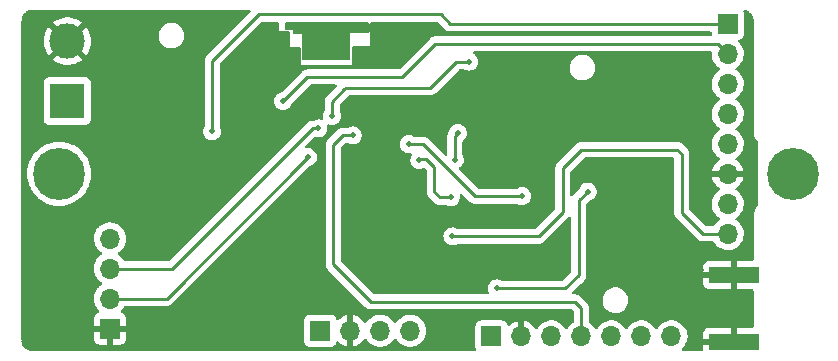
<source format=gbr>
%TF.GenerationSoftware,KiCad,Pcbnew,(6.0.1)*%
%TF.CreationDate,2022-10-14T11:39:46-05:00*%
%TF.ProjectId,PCBFiles_Node,50434246-696c-4657-935f-4e6f64652e6b,rev?*%
%TF.SameCoordinates,Original*%
%TF.FileFunction,Copper,L2,Bot*%
%TF.FilePolarity,Positive*%
%FSLAX46Y46*%
G04 Gerber Fmt 4.6, Leading zero omitted, Abs format (unit mm)*
G04 Created by KiCad (PCBNEW (6.0.1)) date 2022-10-14 11:39:46*
%MOMM*%
%LPD*%
G01*
G04 APERTURE LIST*
%TA.AperFunction,ComponentPad*%
%ADD10R,3.000000X3.000000*%
%TD*%
%TA.AperFunction,ComponentPad*%
%ADD11C,3.000000*%
%TD*%
%TA.AperFunction,ComponentPad*%
%ADD12C,0.700000*%
%TD*%
%TA.AperFunction,ComponentPad*%
%ADD13C,4.400000*%
%TD*%
%TA.AperFunction,ComponentPad*%
%ADD14R,1.700000X1.700000*%
%TD*%
%TA.AperFunction,ComponentPad*%
%ADD15O,1.700000X1.700000*%
%TD*%
%TA.AperFunction,SMDPad,CuDef*%
%ADD16R,4.200000X1.350000*%
%TD*%
%TA.AperFunction,ViaPad*%
%ADD17C,0.500000*%
%TD*%
%TA.AperFunction,Conductor*%
%ADD18C,0.250000*%
%TD*%
G04 APERTURE END LIST*
D10*
%TO.P,J1,1,Pin_1*%
%TO.N,+5V*%
X48200000Y-92140000D03*
D11*
%TO.P,J1,2,Pin_2*%
%TO.N,GND*%
X48200000Y-87060000D03*
%TD*%
D12*
%TO.P,H1,1*%
%TO.N,N/C*%
X108433274Y-97133274D03*
X109600000Y-99950000D03*
X111250000Y-98300000D03*
D13*
X109600000Y-98300000D03*
D12*
X109600000Y-96650000D03*
X110766726Y-97133274D03*
X108433274Y-99466726D03*
X110766726Y-99466726D03*
X107950000Y-98300000D03*
%TD*%
D14*
%TO.P,J4,1,Pin_1*%
%TO.N,+3V3*%
X84100000Y-112075000D03*
D15*
%TO.P,J4,2,Pin_2*%
%TO.N,GND*%
X86640000Y-112075000D03*
%TO.P,J4,3,Pin_3*%
%TO.N,I2C1_SCL*%
X89180000Y-112075000D03*
%TO.P,J4,4,Pin_4*%
%TO.N,I2C1_SDA*%
X91720000Y-112075000D03*
%TO.P,J4,5,Pin_5*%
%TO.N,unconnected-(J4-Pad5)*%
X94260000Y-112075000D03*
%TO.P,J4,6,Pin_6*%
%TO.N,unconnected-(J4-Pad6)*%
X96800000Y-112075000D03*
%TO.P,J4,7,Pin_7*%
%TO.N,unconnected-(J4-Pad7)*%
X99340000Y-112075000D03*
%TD*%
D12*
%TO.P,H2,1*%
%TO.N,N/C*%
X49150000Y-98300000D03*
X47500000Y-99950000D03*
D13*
X47500000Y-98300000D03*
D12*
X46333274Y-97133274D03*
X48666726Y-99466726D03*
X46333274Y-99466726D03*
X48666726Y-97133274D03*
X47500000Y-96650000D03*
X45850000Y-98300000D03*
%TD*%
D14*
%TO.P,J2,1,Pin_1*%
%TO.N,SWDIO*%
X69600000Y-111575000D03*
D15*
%TO.P,J2,2,Pin_2*%
%TO.N,GND*%
X72140000Y-111575000D03*
%TO.P,J2,3,Pin_3*%
%TO.N,SWCLK*%
X74680000Y-111575000D03*
%TO.P,J2,4,Pin_4*%
%TO.N,+3V3*%
X77220000Y-111575000D03*
%TD*%
D16*
%TO.P,J7,2,Ext*%
%TO.N,GND*%
X104637500Y-106875000D03*
X104637500Y-112525000D03*
%TD*%
D14*
%TO.P,J5,1,Pin_1*%
%TO.N,GND*%
X51800000Y-111400000D03*
D15*
%TO.P,J5,2,Pin_2*%
%TO.N,LPUART1_TX*%
X51800000Y-108860000D03*
%TO.P,J5,3,Pin_3*%
%TO.N,LPUART1_RX*%
X51800000Y-106320000D03*
%TO.P,J5,4,Pin_4*%
%TO.N,+5V*%
X51800000Y-103780000D03*
%TD*%
D14*
%TO.P,J3,1,Pin_1*%
%TO.N,V_GAS*%
X104100000Y-85600000D03*
D15*
%TO.P,J3,2,Pin_2*%
%TO.N,V_REF_IN*%
X104100000Y-88140000D03*
%TO.P,J3,3,Pin_3*%
%TO.N,unconnected-(J3-Pad3)*%
X104100000Y-90680000D03*
%TO.P,J3,4,Pin_4*%
%TO.N,unconnected-(J3-Pad4)*%
X104100000Y-93220000D03*
%TO.P,J3,5,Pin_5*%
%TO.N,unconnected-(J3-Pad5)*%
X104100000Y-95760000D03*
%TO.P,J3,6,Pin_6*%
%TO.N,GND*%
X104100000Y-98300000D03*
%TO.P,J3,7,Pin_7*%
%TO.N,unconnected-(J3-Pad7)*%
X104100000Y-100840000D03*
%TO.P,J3,8,Pin_8*%
%TO.N,Net-(D1-Pad1)*%
X104100000Y-103380000D03*
%TD*%
D17*
%TO.N,+3V3*%
X92250000Y-99800000D03*
X84550000Y-108000000D03*
%TO.N,I2C1_SCL*%
X86700000Y-100200000D03*
X77090000Y-95780000D03*
%TO.N,GND*%
X61500000Y-98500000D03*
X65350000Y-111250000D03*
X53400000Y-90950000D03*
X52050000Y-90100000D03*
X65650000Y-86550000D03*
X66900000Y-85800000D03*
X72700000Y-105200000D03*
X56600000Y-98450000D03*
X101650000Y-105650000D03*
X61500000Y-92000000D03*
X72800000Y-87800000D03*
X101830000Y-106430000D03*
X101500000Y-111300000D03*
X101200000Y-104500000D03*
X101790000Y-112170000D03*
X51900000Y-88400000D03*
X65150000Y-93600000D03*
X57850000Y-111250000D03*
X75600000Y-86800000D03*
X67600000Y-87900000D03*
X50600000Y-87100000D03*
X73300000Y-85900000D03*
X86300000Y-106300000D03*
X78800000Y-93750000D03*
X77700000Y-93050000D03*
%TO.N,I2C1_SDA*%
X72350000Y-95050000D03*
%TO.N,NRST*%
X82200000Y-88800000D03*
X70600000Y-93400000D03*
%TO.N,Net-(D1-Pad1)*%
X80800000Y-103600000D03*
%TO.N,V_REF_IN*%
X66450000Y-92150000D03*
%TO.N,V_GAS*%
X60450000Y-94700000D03*
%TO.N,SPI3_NSS*%
X80650000Y-100300000D03*
X77990000Y-97120000D03*
%TO.N,SPI3_MISO*%
X81000000Y-97100000D03*
X81250000Y-94850000D03*
%TO.N,LPUART1_TX*%
X68550000Y-96900000D03*
%TO.N,LPUART1_RX*%
X69450000Y-94450000D03*
%TD*%
D18*
%TO.N,+3V3*%
X91500000Y-100550000D02*
X91500000Y-106850000D01*
X91500000Y-106850000D02*
X90350000Y-108000000D01*
X90350000Y-108000000D02*
X84550000Y-108000000D01*
X92250000Y-99800000D02*
X91500000Y-100550000D01*
%TO.N,I2C1_SCL*%
X78280000Y-95780000D02*
X82700000Y-100200000D01*
X82700000Y-100200000D02*
X86700000Y-100200000D01*
X77090000Y-95780000D02*
X78280000Y-95780000D01*
%TO.N,I2C1_SDA*%
X70700000Y-95850000D02*
X70700000Y-105950000D01*
X71500000Y-95050000D02*
X70700000Y-95850000D01*
X91200000Y-109150000D02*
X91720000Y-109670000D01*
X70700000Y-105950000D02*
X73900000Y-109150000D01*
X91720000Y-109670000D02*
X91720000Y-112075000D01*
X73900000Y-109150000D02*
X91200000Y-109150000D01*
X72350000Y-95050000D02*
X71500000Y-95050000D01*
%TO.N,NRST*%
X78900000Y-91000000D02*
X80550000Y-89350000D01*
X80550000Y-89350000D02*
X81100000Y-88800000D01*
X70600000Y-93400000D02*
X70600000Y-92200000D01*
X71650000Y-91150000D02*
X71800000Y-91000000D01*
X81100000Y-88800000D02*
X82200000Y-88800000D01*
X71800000Y-91000000D02*
X76600000Y-91000000D01*
X76600000Y-91000000D02*
X78900000Y-91000000D01*
X70600000Y-92200000D02*
X71650000Y-91150000D01*
%TO.N,Net-(D1-Pad1)*%
X80800000Y-103600000D02*
X88100000Y-103600000D01*
X90150000Y-101550000D02*
X90150000Y-97800000D01*
X91700000Y-96250000D02*
X99850000Y-96250000D01*
X99850000Y-96250000D02*
X100200000Y-96600000D01*
X88100000Y-103600000D02*
X90150000Y-101550000D01*
X100200000Y-96600000D02*
X100200000Y-101600000D01*
X100200000Y-101600000D02*
X101980000Y-103380000D01*
X90150000Y-97800000D02*
X91700000Y-96250000D01*
X101980000Y-103380000D02*
X104100000Y-103380000D01*
%TO.N,V_REF_IN*%
X68500000Y-90100000D02*
X66450000Y-92150000D01*
X104100000Y-88140000D02*
X103250000Y-87290000D01*
X79360000Y-87290000D02*
X76550000Y-90100000D01*
X103250000Y-87290000D02*
X79360000Y-87290000D01*
X76550000Y-90100000D02*
X68500000Y-90100000D01*
%TO.N,V_GAS*%
X60450000Y-94700000D02*
X60450000Y-88750000D01*
X64400000Y-84800000D02*
X60450000Y-88750000D01*
X80600000Y-85600000D02*
X79800000Y-84800000D01*
X79800000Y-84800000D02*
X64400000Y-84800000D01*
X104100000Y-85600000D02*
X80600000Y-85600000D01*
%TO.N,SPI3_NSS*%
X78590000Y-97040000D02*
X79260000Y-97710000D01*
X78070000Y-97040000D02*
X78590000Y-97040000D01*
X77990000Y-97120000D02*
X78070000Y-97040000D01*
X79720000Y-100300000D02*
X80650000Y-100300000D01*
X79260000Y-97710000D02*
X79260000Y-99840000D01*
X79260000Y-99840000D02*
X79720000Y-100300000D01*
%TO.N,SPI3_MISO*%
X81000000Y-97100000D02*
X81000000Y-95100000D01*
X81000000Y-95100000D02*
X81250000Y-94850000D01*
%TO.N,LPUART1_TX*%
X51800000Y-108860000D02*
X56590000Y-108860000D01*
X56590000Y-108860000D02*
X68550000Y-96900000D01*
%TO.N,LPUART1_RX*%
X51800000Y-106320000D02*
X57080000Y-106320000D01*
X57700000Y-105700000D02*
X68950000Y-94450000D01*
X68950000Y-94450000D02*
X69450000Y-94450000D01*
X57080000Y-106320000D02*
X57700000Y-105700000D01*
%TD*%
%TA.AperFunction,Conductor*%
%TO.N,GND*%
G36*
X73642121Y-85453502D02*
G01*
X73688614Y-85507158D01*
X73700000Y-85559500D01*
X73700000Y-86274000D01*
X73679998Y-86342121D01*
X73626342Y-86388614D01*
X73574000Y-86400000D01*
X72100000Y-86400000D01*
X72100000Y-88574000D01*
X72079998Y-88642121D01*
X72026342Y-88688614D01*
X71974000Y-88700000D01*
X68226000Y-88700000D01*
X68157879Y-88679998D01*
X68111386Y-88626342D01*
X68100000Y-88574000D01*
X68100000Y-86500000D01*
X67426000Y-86500000D01*
X67357879Y-86479998D01*
X67311386Y-86426342D01*
X67300000Y-86374000D01*
X67300000Y-86100000D01*
X66726000Y-86100000D01*
X66657879Y-86079998D01*
X66611386Y-86026342D01*
X66600000Y-85974000D01*
X66600000Y-85559500D01*
X66620002Y-85491379D01*
X66673658Y-85444886D01*
X66726000Y-85433500D01*
X73574000Y-85433500D01*
X73642121Y-85453502D01*
G37*
%TD.AperFunction*%
%TD*%
%TA.AperFunction,Conductor*%
%TO.N,GND*%
G36*
X74200000Y-86300000D02*
G01*
X73400000Y-86300000D01*
X73400000Y-85600000D01*
X74200000Y-85600000D01*
X74200000Y-86300000D01*
G37*
%TD.AperFunction*%
%TD*%
%TA.AperFunction,Conductor*%
%TO.N,GND*%
G36*
X63661035Y-84426984D02*
G01*
X63707531Y-84480637D01*
X63717638Y-84550911D01*
X63688149Y-84615493D01*
X63682016Y-84622080D01*
X61809649Y-86494446D01*
X60057747Y-88246348D01*
X60049461Y-88253888D01*
X60042982Y-88258000D01*
X60037557Y-88263777D01*
X59996357Y-88307651D01*
X59993602Y-88310493D01*
X59973865Y-88330230D01*
X59971385Y-88333427D01*
X59963682Y-88342447D01*
X59933414Y-88374679D01*
X59929595Y-88381625D01*
X59929593Y-88381628D01*
X59923652Y-88392434D01*
X59912801Y-88408953D01*
X59900386Y-88424959D01*
X59897241Y-88432228D01*
X59897238Y-88432232D01*
X59882826Y-88465537D01*
X59877609Y-88476187D01*
X59856305Y-88514940D01*
X59854334Y-88522615D01*
X59854334Y-88522616D01*
X59851267Y-88534562D01*
X59844863Y-88553266D01*
X59836819Y-88571855D01*
X59835580Y-88579678D01*
X59835577Y-88579688D01*
X59829901Y-88615524D01*
X59827495Y-88627144D01*
X59818472Y-88662289D01*
X59816500Y-88669970D01*
X59816500Y-88690224D01*
X59814949Y-88709934D01*
X59811780Y-88729943D01*
X59812526Y-88737835D01*
X59815941Y-88773961D01*
X59816500Y-88785819D01*
X59816500Y-94245638D01*
X59796411Y-94313893D01*
X59766304Y-94360610D01*
X59740854Y-94430533D01*
X59719511Y-94489174D01*
X59708103Y-94520516D01*
X59686775Y-94689343D01*
X59703381Y-94858699D01*
X59705605Y-94865384D01*
X59705605Y-94865385D01*
X59711413Y-94882845D01*
X59757094Y-95020167D01*
X59760741Y-95026189D01*
X59760742Y-95026191D01*
X59833266Y-95145941D01*
X59845246Y-95165723D01*
X59963455Y-95288132D01*
X60013227Y-95320702D01*
X60070225Y-95358000D01*
X60105846Y-95381310D01*
X60112450Y-95383766D01*
X60112452Y-95383767D01*
X60148844Y-95397301D01*
X60265341Y-95440626D01*
X60434015Y-95463132D01*
X60441026Y-95462494D01*
X60441030Y-95462494D01*
X60596462Y-95448348D01*
X60603483Y-95447709D01*
X60610185Y-95445531D01*
X60610187Y-95445531D01*
X60758623Y-95397301D01*
X60758626Y-95397300D01*
X60765322Y-95395124D01*
X60911490Y-95307990D01*
X60916584Y-95303139D01*
X60916588Y-95303136D01*
X61011771Y-95212494D01*
X61034721Y-95190639D01*
X61039504Y-95183441D01*
X61115069Y-95069705D01*
X61128891Y-95048902D01*
X61189319Y-94889825D01*
X61191738Y-94872616D01*
X61203023Y-94792314D01*
X61213001Y-94721313D01*
X61213299Y-94700000D01*
X61194331Y-94530892D01*
X61185206Y-94504687D01*
X61154996Y-94417937D01*
X61138368Y-94370189D01*
X61134637Y-94364218D01*
X61134633Y-94364210D01*
X61102647Y-94313024D01*
X61083500Y-94246253D01*
X61083500Y-89064594D01*
X61103502Y-88996473D01*
X61120405Y-88975499D01*
X64625499Y-85470405D01*
X64687811Y-85436379D01*
X64714594Y-85433500D01*
X65974000Y-85433500D01*
X66042121Y-85453502D01*
X66088614Y-85507158D01*
X66100000Y-85559500D01*
X66100000Y-86200000D01*
X66874000Y-86200000D01*
X66942121Y-86220002D01*
X66988614Y-86273658D01*
X67000000Y-86326000D01*
X67000000Y-87600000D01*
X67874000Y-87600000D01*
X67942121Y-87620002D01*
X67988614Y-87673658D01*
X68000000Y-87726000D01*
X68000000Y-89100000D01*
X72300000Y-89100000D01*
X72300000Y-87626000D01*
X72320002Y-87557879D01*
X72373658Y-87511386D01*
X72426000Y-87500000D01*
X73800000Y-87500000D01*
X73800000Y-85559500D01*
X73820002Y-85491379D01*
X73873658Y-85444886D01*
X73926000Y-85433500D01*
X79485405Y-85433500D01*
X79553526Y-85453502D01*
X79574501Y-85470405D01*
X79837337Y-85733242D01*
X80096353Y-85992258D01*
X80103887Y-86000537D01*
X80108000Y-86007018D01*
X80139253Y-86036366D01*
X80157651Y-86053643D01*
X80160493Y-86056398D01*
X80180230Y-86076135D01*
X80183427Y-86078615D01*
X80192447Y-86086318D01*
X80224679Y-86116586D01*
X80231625Y-86120405D01*
X80231628Y-86120407D01*
X80242434Y-86126348D01*
X80258953Y-86137199D01*
X80274959Y-86149614D01*
X80282228Y-86152759D01*
X80282232Y-86152762D01*
X80315537Y-86167174D01*
X80326187Y-86172391D01*
X80364940Y-86193695D01*
X80372615Y-86195666D01*
X80372616Y-86195666D01*
X80384562Y-86198733D01*
X80403267Y-86205137D01*
X80421855Y-86213181D01*
X80429678Y-86214420D01*
X80429688Y-86214423D01*
X80465524Y-86220099D01*
X80477144Y-86222505D01*
X80512289Y-86231528D01*
X80519970Y-86233500D01*
X80540224Y-86233500D01*
X80559934Y-86235051D01*
X80579943Y-86238220D01*
X80587835Y-86237474D01*
X80623961Y-86234059D01*
X80635819Y-86233500D01*
X102615500Y-86233500D01*
X102683621Y-86253502D01*
X102730114Y-86307158D01*
X102741500Y-86359500D01*
X102741500Y-86498134D01*
X102741869Y-86501528D01*
X102743538Y-86516891D01*
X102731011Y-86586773D01*
X102682691Y-86638790D01*
X102618275Y-86656500D01*
X79438767Y-86656500D01*
X79427584Y-86655973D01*
X79420091Y-86654298D01*
X79412165Y-86654547D01*
X79412164Y-86654547D01*
X79352014Y-86656438D01*
X79348055Y-86656500D01*
X79320144Y-86656500D01*
X79316210Y-86656997D01*
X79316209Y-86656997D01*
X79316144Y-86657005D01*
X79304307Y-86657938D01*
X79272490Y-86658938D01*
X79268029Y-86659078D01*
X79260110Y-86659327D01*
X79242454Y-86664456D01*
X79240658Y-86664978D01*
X79221306Y-86668986D01*
X79214235Y-86669880D01*
X79201203Y-86671526D01*
X79193834Y-86674443D01*
X79193832Y-86674444D01*
X79160097Y-86687800D01*
X79148869Y-86691645D01*
X79106407Y-86703982D01*
X79099584Y-86708017D01*
X79099582Y-86708018D01*
X79088972Y-86714293D01*
X79071224Y-86722988D01*
X79052383Y-86730448D01*
X79045967Y-86735110D01*
X79045966Y-86735110D01*
X79016613Y-86756436D01*
X79006693Y-86762952D01*
X78975465Y-86781420D01*
X78975462Y-86781422D01*
X78968638Y-86785458D01*
X78954317Y-86799779D01*
X78939284Y-86812619D01*
X78922893Y-86824528D01*
X78898397Y-86854139D01*
X78894702Y-86858605D01*
X78886712Y-86867384D01*
X76324500Y-89429595D01*
X76262188Y-89463621D01*
X76235405Y-89466500D01*
X68578767Y-89466500D01*
X68567584Y-89465973D01*
X68560091Y-89464298D01*
X68552165Y-89464547D01*
X68552164Y-89464547D01*
X68492001Y-89466438D01*
X68488043Y-89466500D01*
X68460144Y-89466500D01*
X68456154Y-89467004D01*
X68444320Y-89467936D01*
X68400111Y-89469326D01*
X68392497Y-89471538D01*
X68392492Y-89471539D01*
X68380659Y-89474977D01*
X68361296Y-89478988D01*
X68341203Y-89481526D01*
X68333836Y-89484443D01*
X68333831Y-89484444D01*
X68300092Y-89497802D01*
X68288865Y-89501646D01*
X68246407Y-89513982D01*
X68239581Y-89518019D01*
X68228972Y-89524293D01*
X68211224Y-89532988D01*
X68192383Y-89540448D01*
X68185967Y-89545110D01*
X68185966Y-89545110D01*
X68156613Y-89566436D01*
X68146693Y-89572952D01*
X68115465Y-89591420D01*
X68115462Y-89591422D01*
X68108638Y-89595458D01*
X68094317Y-89609779D01*
X68079284Y-89622619D01*
X68062893Y-89634528D01*
X68038203Y-89664373D01*
X68034702Y-89668605D01*
X68026712Y-89677384D01*
X66327287Y-91376808D01*
X66278798Y-91406990D01*
X66232898Y-91422616D01*
X66131673Y-91457075D01*
X66131670Y-91457076D01*
X66125003Y-91459346D01*
X66119005Y-91463036D01*
X66119003Y-91463037D01*
X65986065Y-91544821D01*
X65986063Y-91544823D01*
X65980066Y-91548512D01*
X65925246Y-91602196D01*
X65869038Y-91657240D01*
X65858486Y-91667573D01*
X65854675Y-91673487D01*
X65854673Y-91673489D01*
X65780798Y-91788120D01*
X65766304Y-91810610D01*
X65708103Y-91970516D01*
X65686775Y-92139343D01*
X65703381Y-92308699D01*
X65757094Y-92470167D01*
X65760741Y-92476189D01*
X65760742Y-92476191D01*
X65823969Y-92580590D01*
X65845246Y-92615723D01*
X65963455Y-92738132D01*
X66105846Y-92831310D01*
X66112450Y-92833766D01*
X66112452Y-92833767D01*
X66148844Y-92847301D01*
X66265341Y-92890626D01*
X66434015Y-92913132D01*
X66441026Y-92912494D01*
X66441030Y-92912494D01*
X66596462Y-92898348D01*
X66603483Y-92897709D01*
X66610185Y-92895531D01*
X66610187Y-92895531D01*
X66758623Y-92847301D01*
X66758626Y-92847300D01*
X66765322Y-92845124D01*
X66911490Y-92757990D01*
X66916584Y-92753139D01*
X66916588Y-92753136D01*
X66983833Y-92689099D01*
X67034721Y-92640639D01*
X67128891Y-92498902D01*
X67189319Y-92339825D01*
X67190299Y-92332848D01*
X67191138Y-92329582D01*
X67224085Y-92271819D01*
X68725500Y-90770405D01*
X68787812Y-90736379D01*
X68814595Y-90733500D01*
X70866405Y-90733500D01*
X70934526Y-90753502D01*
X70981019Y-90807158D01*
X70991123Y-90877432D01*
X70961629Y-90942012D01*
X70955500Y-90948595D01*
X70207747Y-91696348D01*
X70199461Y-91703888D01*
X70192982Y-91708000D01*
X70187557Y-91713777D01*
X70146357Y-91757651D01*
X70143602Y-91760493D01*
X70123865Y-91780230D01*
X70121385Y-91783427D01*
X70113682Y-91792447D01*
X70083414Y-91824679D01*
X70079595Y-91831625D01*
X70079593Y-91831628D01*
X70073652Y-91842434D01*
X70062801Y-91858953D01*
X70050386Y-91874959D01*
X70047241Y-91882228D01*
X70047238Y-91882232D01*
X70032826Y-91915537D01*
X70027609Y-91926187D01*
X70006305Y-91964940D01*
X70004334Y-91972615D01*
X70004334Y-91972616D01*
X70001267Y-91984562D01*
X69994863Y-92003266D01*
X69986819Y-92021855D01*
X69985580Y-92029678D01*
X69985577Y-92029688D01*
X69979901Y-92065524D01*
X69977495Y-92077144D01*
X69968472Y-92112289D01*
X69966500Y-92119970D01*
X69966500Y-92140224D01*
X69964949Y-92159934D01*
X69961780Y-92179943D01*
X69962526Y-92187835D01*
X69965941Y-92223961D01*
X69966500Y-92235819D01*
X69966500Y-92945638D01*
X69946411Y-93013893D01*
X69916304Y-93060610D01*
X69858103Y-93220516D01*
X69836775Y-93389343D01*
X69853381Y-93558699D01*
X69858530Y-93574178D01*
X69861055Y-93645128D01*
X69824820Y-93706181D01*
X69761329Y-93737952D01*
X69696707Y-93732651D01*
X69624300Y-93706868D01*
X69455329Y-93686720D01*
X69448326Y-93687456D01*
X69448325Y-93687456D01*
X69293101Y-93703770D01*
X69293097Y-93703771D01*
X69286093Y-93704507D01*
X69125003Y-93759346D01*
X69065612Y-93795884D01*
X69003550Y-93814504D01*
X68945581Y-93816326D01*
X68942001Y-93816438D01*
X68938044Y-93816500D01*
X68910144Y-93816500D01*
X68906154Y-93817004D01*
X68894320Y-93817936D01*
X68850111Y-93819326D01*
X68842495Y-93821539D01*
X68842493Y-93821539D01*
X68830652Y-93824979D01*
X68811293Y-93828988D01*
X68809983Y-93829154D01*
X68791203Y-93831526D01*
X68783837Y-93834442D01*
X68783831Y-93834444D01*
X68750098Y-93847800D01*
X68738868Y-93851645D01*
X68704017Y-93861770D01*
X68696407Y-93863981D01*
X68689584Y-93868016D01*
X68678966Y-93874295D01*
X68661213Y-93882992D01*
X68656728Y-93884768D01*
X68642383Y-93890448D01*
X68617875Y-93908254D01*
X68606612Y-93916437D01*
X68596695Y-93922951D01*
X68558638Y-93945458D01*
X68544317Y-93959779D01*
X68529284Y-93972619D01*
X68512893Y-93984528D01*
X68492944Y-94008642D01*
X68484702Y-94018605D01*
X68476712Y-94027384D01*
X62891057Y-99613038D01*
X56854500Y-105649595D01*
X56792188Y-105683621D01*
X56765405Y-105686500D01*
X53076805Y-105686500D01*
X53008684Y-105666498D01*
X52971013Y-105628940D01*
X52882822Y-105492617D01*
X52882820Y-105492614D01*
X52880014Y-105488277D01*
X52729670Y-105323051D01*
X52725619Y-105319852D01*
X52725615Y-105319848D01*
X52558414Y-105187800D01*
X52558410Y-105187798D01*
X52554359Y-105184598D01*
X52513053Y-105161796D01*
X52463084Y-105111364D01*
X52448312Y-105041921D01*
X52473428Y-104975516D01*
X52500780Y-104948909D01*
X52544603Y-104917650D01*
X52679860Y-104821173D01*
X52838096Y-104663489D01*
X52897594Y-104580689D01*
X52965435Y-104486277D01*
X52968453Y-104482077D01*
X52998554Y-104421173D01*
X53065136Y-104286453D01*
X53065137Y-104286451D01*
X53067430Y-104281811D01*
X53128114Y-104082077D01*
X53130865Y-104073023D01*
X53130865Y-104073021D01*
X53132370Y-104068069D01*
X53161529Y-103846590D01*
X53163156Y-103780000D01*
X53144852Y-103557361D01*
X53090431Y-103340702D01*
X53001354Y-103135840D01*
X52915701Y-103003441D01*
X52882822Y-102952617D01*
X52882820Y-102952614D01*
X52880014Y-102948277D01*
X52729670Y-102783051D01*
X52725619Y-102779852D01*
X52725615Y-102779848D01*
X52558414Y-102647800D01*
X52558410Y-102647798D01*
X52554359Y-102644598D01*
X52358789Y-102536638D01*
X52353920Y-102534914D01*
X52353916Y-102534912D01*
X52153087Y-102463795D01*
X52153083Y-102463794D01*
X52148212Y-102462069D01*
X52143119Y-102461162D01*
X52143116Y-102461161D01*
X51933373Y-102423800D01*
X51933367Y-102423799D01*
X51928284Y-102422894D01*
X51854452Y-102421992D01*
X51710081Y-102420228D01*
X51710079Y-102420228D01*
X51704911Y-102420165D01*
X51484091Y-102453955D01*
X51271756Y-102523357D01*
X51073607Y-102626507D01*
X51069474Y-102629610D01*
X51069471Y-102629612D01*
X50921662Y-102740590D01*
X50894965Y-102760635D01*
X50891393Y-102764373D01*
X50755024Y-102907075D01*
X50740629Y-102922138D01*
X50614743Y-103106680D01*
X50591218Y-103157361D01*
X50540218Y-103267232D01*
X50520688Y-103309305D01*
X50460989Y-103524570D01*
X50437251Y-103746695D01*
X50437548Y-103751848D01*
X50437548Y-103751851D01*
X50447600Y-103926191D01*
X50450110Y-103969715D01*
X50451247Y-103974761D01*
X50451248Y-103974767D01*
X50460873Y-104017474D01*
X50499222Y-104187639D01*
X50535691Y-104277452D01*
X50566749Y-104353938D01*
X50583266Y-104394616D01*
X50585965Y-104399020D01*
X50680430Y-104553173D01*
X50699987Y-104585088D01*
X50846250Y-104753938D01*
X51018126Y-104896632D01*
X51088595Y-104937811D01*
X51091445Y-104939476D01*
X51140169Y-104991114D01*
X51153240Y-105060897D01*
X51126509Y-105126669D01*
X51086055Y-105160027D01*
X51073607Y-105166507D01*
X51069474Y-105169610D01*
X51069471Y-105169612D01*
X50899100Y-105297530D01*
X50894965Y-105300635D01*
X50740629Y-105462138D01*
X50614743Y-105646680D01*
X50520688Y-105849305D01*
X50460989Y-106064570D01*
X50437251Y-106286695D01*
X50437548Y-106291848D01*
X50437548Y-106291851D01*
X50443332Y-106392158D01*
X50450110Y-106509715D01*
X50451247Y-106514761D01*
X50451248Y-106514767D01*
X50472136Y-106607452D01*
X50499222Y-106727639D01*
X50538570Y-106824542D01*
X50573180Y-106909776D01*
X50583266Y-106934616D01*
X50610226Y-106978611D01*
X50677144Y-107087811D01*
X50699987Y-107125088D01*
X50846250Y-107293938D01*
X51018126Y-107436632D01*
X51088595Y-107477811D01*
X51091445Y-107479476D01*
X51140169Y-107531114D01*
X51153240Y-107600897D01*
X51126509Y-107666669D01*
X51086055Y-107700027D01*
X51073607Y-107706507D01*
X51069474Y-107709610D01*
X51069471Y-107709612D01*
X50921761Y-107820516D01*
X50894965Y-107840635D01*
X50891393Y-107844373D01*
X50791934Y-107948451D01*
X50740629Y-108002138D01*
X50737715Y-108006410D01*
X50737714Y-108006411D01*
X50688879Y-108078001D01*
X50614743Y-108186680D01*
X50520688Y-108389305D01*
X50460989Y-108604570D01*
X50437251Y-108826695D01*
X50437548Y-108831848D01*
X50437548Y-108831851D01*
X50447457Y-109003704D01*
X50450110Y-109049715D01*
X50451247Y-109054761D01*
X50451248Y-109054767D01*
X50475304Y-109161508D01*
X50499222Y-109267639D01*
X50552550Y-109398972D01*
X50576662Y-109458351D01*
X50583266Y-109474616D01*
X50610507Y-109519070D01*
X50663165Y-109604999D01*
X50699987Y-109665088D01*
X50846250Y-109833938D01*
X50850225Y-109837238D01*
X50850231Y-109837244D01*
X50855425Y-109841556D01*
X50895059Y-109900460D01*
X50896555Y-109971441D01*
X50859439Y-110031962D01*
X50819168Y-110056480D01*
X50711946Y-110096676D01*
X50696351Y-110105214D01*
X50594276Y-110181715D01*
X50581715Y-110194276D01*
X50505214Y-110296351D01*
X50496676Y-110311946D01*
X50451522Y-110432394D01*
X50447895Y-110447649D01*
X50442369Y-110498514D01*
X50442000Y-110505328D01*
X50442000Y-111127885D01*
X50446475Y-111143124D01*
X50447865Y-111144329D01*
X50455548Y-111146000D01*
X53139884Y-111146000D01*
X53155123Y-111141525D01*
X53156328Y-111140135D01*
X53157999Y-111132452D01*
X53157999Y-110505331D01*
X53157629Y-110498510D01*
X53152105Y-110447648D01*
X53148479Y-110432396D01*
X53103324Y-110311946D01*
X53094786Y-110296351D01*
X53018285Y-110194276D01*
X53005724Y-110181715D01*
X52903649Y-110105214D01*
X52888054Y-110096676D01*
X52777813Y-110055348D01*
X52721049Y-110012706D01*
X52696349Y-109946145D01*
X52711557Y-109876796D01*
X52733104Y-109848115D01*
X52834430Y-109747144D01*
X52834440Y-109747132D01*
X52838096Y-109743489D01*
X52847724Y-109730091D01*
X52965435Y-109566277D01*
X52968453Y-109562077D01*
X52970746Y-109557437D01*
X52972446Y-109554608D01*
X53024674Y-109506518D01*
X53080451Y-109493500D01*
X56511233Y-109493500D01*
X56522416Y-109494027D01*
X56529909Y-109495702D01*
X56537835Y-109495453D01*
X56537836Y-109495453D01*
X56597986Y-109493562D01*
X56601945Y-109493500D01*
X56629856Y-109493500D01*
X56633791Y-109493003D01*
X56633856Y-109492995D01*
X56645693Y-109492062D01*
X56677951Y-109491048D01*
X56681970Y-109490922D01*
X56689889Y-109490673D01*
X56709343Y-109485021D01*
X56728700Y-109481013D01*
X56740930Y-109479468D01*
X56740931Y-109479468D01*
X56748797Y-109478474D01*
X56756168Y-109475555D01*
X56756170Y-109475555D01*
X56789912Y-109462196D01*
X56801142Y-109458351D01*
X56835983Y-109448229D01*
X56835984Y-109448229D01*
X56843593Y-109446018D01*
X56850412Y-109441985D01*
X56850417Y-109441983D01*
X56861028Y-109435707D01*
X56878776Y-109427012D01*
X56897617Y-109419552D01*
X56911339Y-109409583D01*
X56933387Y-109393564D01*
X56943307Y-109387048D01*
X56974535Y-109368580D01*
X56974538Y-109368578D01*
X56981362Y-109364542D01*
X56995683Y-109350221D01*
X57010717Y-109337380D01*
X57020694Y-109330131D01*
X57027107Y-109325472D01*
X57055298Y-109291395D01*
X57063288Y-109282616D01*
X68674259Y-97671645D01*
X68724417Y-97640907D01*
X68758946Y-97629688D01*
X68865322Y-97595124D01*
X69011490Y-97507990D01*
X69016584Y-97503139D01*
X69016588Y-97503136D01*
X69105044Y-97418900D01*
X69134721Y-97390639D01*
X69155690Y-97359079D01*
X69185788Y-97313777D01*
X69228891Y-97248902D01*
X69289319Y-97089825D01*
X69313001Y-96921313D01*
X69313299Y-96900000D01*
X69294331Y-96730892D01*
X69238368Y-96570189D01*
X69234570Y-96564110D01*
X69183061Y-96481681D01*
X69148192Y-96425879D01*
X69028286Y-96305132D01*
X68979284Y-96274034D01*
X68951832Y-96256613D01*
X68884608Y-96213951D01*
X68724300Y-96156868D01*
X68555329Y-96136720D01*
X68548326Y-96137456D01*
X68548325Y-96137456D01*
X68466520Y-96146054D01*
X68396682Y-96133282D01*
X68344835Y-96084780D01*
X68327441Y-96015947D01*
X68350022Y-95948637D01*
X68364255Y-95931649D01*
X69091469Y-95204435D01*
X69153781Y-95170409D01*
X69224483Y-95175432D01*
X69258737Y-95188171D01*
X69258745Y-95188173D01*
X69265341Y-95190626D01*
X69272322Y-95191557D01*
X69272324Y-95191558D01*
X69318425Y-95197709D01*
X69434015Y-95213132D01*
X69441026Y-95212494D01*
X69441030Y-95212494D01*
X69596462Y-95198348D01*
X69603483Y-95197709D01*
X69610185Y-95195531D01*
X69610187Y-95195531D01*
X69758623Y-95147301D01*
X69758626Y-95147300D01*
X69765322Y-95145124D01*
X69911490Y-95057990D01*
X69916584Y-95053139D01*
X69916588Y-95053136D01*
X70008589Y-94965524D01*
X70034721Y-94940639D01*
X70042935Y-94928277D01*
X70093819Y-94851690D01*
X70128891Y-94798902D01*
X70189319Y-94639825D01*
X70213001Y-94471313D01*
X70213157Y-94460129D01*
X70213244Y-94453961D01*
X70213244Y-94453955D01*
X70213299Y-94450000D01*
X70194331Y-94280892D01*
X70192014Y-94274238D01*
X70190454Y-94267373D01*
X70192834Y-94266832D01*
X70189879Y-94207307D01*
X70225254Y-94145752D01*
X70288293Y-94113093D01*
X70356306Y-94118671D01*
X70415341Y-94140626D01*
X70584015Y-94163132D01*
X70591026Y-94162494D01*
X70591030Y-94162494D01*
X70746462Y-94148348D01*
X70753483Y-94147709D01*
X70760185Y-94145531D01*
X70760187Y-94145531D01*
X70908623Y-94097301D01*
X70908626Y-94097300D01*
X70915322Y-94095124D01*
X71061490Y-94007990D01*
X71066584Y-94003139D01*
X71066588Y-94003136D01*
X71151708Y-93922077D01*
X71184721Y-93890639D01*
X71278891Y-93748902D01*
X71339319Y-93589825D01*
X71363001Y-93421313D01*
X71363163Y-93409715D01*
X71363244Y-93403961D01*
X71363244Y-93403955D01*
X71363299Y-93400000D01*
X71344331Y-93230892D01*
X71330736Y-93191851D01*
X71290686Y-93076846D01*
X71288368Y-93070189D01*
X71284637Y-93064218D01*
X71284633Y-93064210D01*
X71252647Y-93013024D01*
X71233500Y-92946253D01*
X71233500Y-92514594D01*
X71253502Y-92446473D01*
X71270405Y-92425499D01*
X72025499Y-91670405D01*
X72087811Y-91636379D01*
X72114594Y-91633500D01*
X78821233Y-91633500D01*
X78832416Y-91634027D01*
X78839909Y-91635702D01*
X78847835Y-91635453D01*
X78847836Y-91635453D01*
X78907986Y-91633562D01*
X78911945Y-91633500D01*
X78939856Y-91633500D01*
X78943791Y-91633003D01*
X78943856Y-91632995D01*
X78955693Y-91632062D01*
X78987951Y-91631048D01*
X78991970Y-91630922D01*
X78999889Y-91630673D01*
X79019343Y-91625021D01*
X79038700Y-91621013D01*
X79050930Y-91619468D01*
X79050931Y-91619468D01*
X79058797Y-91618474D01*
X79066168Y-91615555D01*
X79066170Y-91615555D01*
X79099912Y-91602196D01*
X79111142Y-91598351D01*
X79145983Y-91588229D01*
X79145984Y-91588229D01*
X79153593Y-91586018D01*
X79160412Y-91581985D01*
X79160417Y-91581983D01*
X79171028Y-91575707D01*
X79188776Y-91567012D01*
X79207617Y-91559552D01*
X79222813Y-91548512D01*
X79243387Y-91533564D01*
X79253307Y-91527048D01*
X79284535Y-91508580D01*
X79284538Y-91508578D01*
X79291362Y-91504542D01*
X79305683Y-91490221D01*
X79320717Y-91477380D01*
X79330694Y-91470131D01*
X79337107Y-91465472D01*
X79365298Y-91431395D01*
X79373288Y-91422616D01*
X81325499Y-89470405D01*
X81387811Y-89436379D01*
X81414594Y-89433500D01*
X81745223Y-89433500D01*
X81814216Y-89454068D01*
X81839023Y-89470301D01*
X81855846Y-89481310D01*
X81862450Y-89483766D01*
X81862452Y-89483767D01*
X81935593Y-89510968D01*
X82015341Y-89540626D01*
X82184015Y-89563132D01*
X82191026Y-89562494D01*
X82191030Y-89562494D01*
X82346462Y-89548348D01*
X82353483Y-89547709D01*
X82360185Y-89545531D01*
X82360187Y-89545531D01*
X82508623Y-89497301D01*
X82508626Y-89497300D01*
X82515322Y-89495124D01*
X82661490Y-89407990D01*
X82666584Y-89403139D01*
X82666588Y-89403136D01*
X82763449Y-89310896D01*
X82784721Y-89290639D01*
X82797435Y-89271503D01*
X90711729Y-89271503D01*
X90713597Y-89300000D01*
X90724759Y-89470301D01*
X90773799Y-89663397D01*
X90857207Y-89844322D01*
X90972189Y-90007018D01*
X91036624Y-90069788D01*
X91106908Y-90138255D01*
X91114894Y-90146035D01*
X91119690Y-90149240D01*
X91119693Y-90149242D01*
X91249467Y-90235954D01*
X91280544Y-90256719D01*
X91285847Y-90258997D01*
X91285850Y-90258999D01*
X91368542Y-90294526D01*
X91463591Y-90335362D01*
X91534896Y-90351497D01*
X91652266Y-90378055D01*
X91652271Y-90378056D01*
X91657903Y-90379330D01*
X91663674Y-90379557D01*
X91663676Y-90379557D01*
X91722511Y-90381869D01*
X91856975Y-90387152D01*
X91956903Y-90372663D01*
X92048418Y-90359395D01*
X92048423Y-90359394D01*
X92054139Y-90358565D01*
X92059611Y-90356707D01*
X92059613Y-90356707D01*
X92237327Y-90296381D01*
X92237329Y-90296380D01*
X92242791Y-90294526D01*
X92416615Y-90197180D01*
X92463739Y-90157988D01*
X92565350Y-90073479D01*
X92569788Y-90069788D01*
X92697180Y-89916615D01*
X92794526Y-89742791D01*
X92815893Y-89679848D01*
X92856707Y-89559613D01*
X92856707Y-89559611D01*
X92858565Y-89554139D01*
X92859394Y-89548423D01*
X92859395Y-89548418D01*
X92886619Y-89360649D01*
X92887152Y-89356975D01*
X92888644Y-89300000D01*
X92875300Y-89154773D01*
X92870944Y-89107364D01*
X92870943Y-89107361D01*
X92870415Y-89101610D01*
X92868847Y-89096050D01*
X92817905Y-88915424D01*
X92817904Y-88915422D01*
X92816337Y-88909865D01*
X92806004Y-88888910D01*
X92730777Y-88736366D01*
X92728222Y-88731185D01*
X92714039Y-88712191D01*
X92612473Y-88576179D01*
X92612473Y-88576178D01*
X92609020Y-88571555D01*
X92601475Y-88564580D01*
X92494330Y-88465537D01*
X92462724Y-88436321D01*
X92294234Y-88330011D01*
X92288874Y-88327873D01*
X92288869Y-88327870D01*
X92114556Y-88258327D01*
X92109192Y-88256187D01*
X92103532Y-88255061D01*
X92103528Y-88255060D01*
X91919461Y-88218447D01*
X91919459Y-88218447D01*
X91913794Y-88217320D01*
X91908019Y-88217244D01*
X91908015Y-88217244D01*
X91808480Y-88215941D01*
X91714586Y-88214712D01*
X91708889Y-88215691D01*
X91708888Y-88215691D01*
X91523935Y-88247472D01*
X91518238Y-88248451D01*
X91331327Y-88317406D01*
X91326366Y-88320358D01*
X91326365Y-88320358D01*
X91165079Y-88416313D01*
X91165076Y-88416315D01*
X91160111Y-88419269D01*
X91010326Y-88550627D01*
X91006750Y-88555162D01*
X91006750Y-88555163D01*
X90903960Y-88685551D01*
X90886986Y-88707082D01*
X90794224Y-88883394D01*
X90792512Y-88888908D01*
X90792511Y-88888910D01*
X90749590Y-89027137D01*
X90735145Y-89073658D01*
X90711729Y-89271503D01*
X82797435Y-89271503D01*
X82878891Y-89148902D01*
X82939319Y-88989825D01*
X82963001Y-88821313D01*
X82963299Y-88800000D01*
X82944331Y-88630892D01*
X82888368Y-88470189D01*
X82798192Y-88325879D01*
X82792710Y-88320358D01*
X82719215Y-88246348D01*
X82678286Y-88205132D01*
X82666735Y-88197801D01*
X82617412Y-88166500D01*
X82600685Y-88155885D01*
X82553886Y-88102496D01*
X82543381Y-88032281D01*
X82572505Y-87967533D01*
X82632011Y-87928809D01*
X82668199Y-87923500D01*
X102616646Y-87923500D01*
X102684767Y-87943502D01*
X102731260Y-87997158D01*
X102741932Y-88062891D01*
X102740028Y-88080713D01*
X102737251Y-88106695D01*
X102737548Y-88111848D01*
X102737548Y-88111851D01*
X102749601Y-88320880D01*
X102750110Y-88329715D01*
X102751247Y-88334761D01*
X102751248Y-88334767D01*
X102773392Y-88433023D01*
X102799222Y-88547639D01*
X102860673Y-88698976D01*
X102875856Y-88736366D01*
X102883266Y-88754616D01*
X102999987Y-88945088D01*
X103146250Y-89113938D01*
X103318126Y-89256632D01*
X103388595Y-89297811D01*
X103391445Y-89299476D01*
X103440169Y-89351114D01*
X103453240Y-89420897D01*
X103426509Y-89486669D01*
X103386055Y-89520027D01*
X103373607Y-89526507D01*
X103369474Y-89529610D01*
X103369471Y-89529612D01*
X103199100Y-89657530D01*
X103194965Y-89660635D01*
X103040629Y-89822138D01*
X102914743Y-90006680D01*
X102885449Y-90069788D01*
X102825008Y-90199999D01*
X102820688Y-90209305D01*
X102760989Y-90424570D01*
X102737251Y-90646695D01*
X102737548Y-90651848D01*
X102737548Y-90651851D01*
X102743011Y-90746590D01*
X102750110Y-90869715D01*
X102751247Y-90874761D01*
X102751248Y-90874767D01*
X102771119Y-90962939D01*
X102799222Y-91087639D01*
X102883266Y-91294616D01*
X102885965Y-91299020D01*
X102995264Y-91477380D01*
X102999987Y-91485088D01*
X103146250Y-91653938D01*
X103206956Y-91704337D01*
X103313088Y-91792449D01*
X103318126Y-91796632D01*
X103366123Y-91824679D01*
X103391445Y-91839476D01*
X103440169Y-91891114D01*
X103453240Y-91960897D01*
X103426509Y-92026669D01*
X103386055Y-92060027D01*
X103373607Y-92066507D01*
X103369474Y-92069610D01*
X103369471Y-92069612D01*
X103276598Y-92139343D01*
X103194965Y-92200635D01*
X103191393Y-92204373D01*
X103091697Y-92308699D01*
X103040629Y-92362138D01*
X102914743Y-92546680D01*
X102880344Y-92620787D01*
X102828227Y-92733064D01*
X102820688Y-92749305D01*
X102760989Y-92964570D01*
X102737251Y-93186695D01*
X102737548Y-93191848D01*
X102737548Y-93191851D01*
X102743011Y-93286590D01*
X102750110Y-93409715D01*
X102751247Y-93414761D01*
X102751248Y-93414767D01*
X102771119Y-93502939D01*
X102799222Y-93627639D01*
X102849036Y-93750316D01*
X102876115Y-93817004D01*
X102883266Y-93834616D01*
X102907581Y-93874295D01*
X102982212Y-93996081D01*
X102999987Y-94025088D01*
X103146250Y-94193938D01*
X103318126Y-94336632D01*
X103385289Y-94375879D01*
X103391445Y-94379476D01*
X103440169Y-94431114D01*
X103453240Y-94500897D01*
X103426509Y-94566669D01*
X103386055Y-94600027D01*
X103373607Y-94606507D01*
X103369474Y-94609610D01*
X103369471Y-94609612D01*
X103199100Y-94737530D01*
X103194965Y-94740635D01*
X103191393Y-94744373D01*
X103052396Y-94889825D01*
X103040629Y-94902138D01*
X103037715Y-94906410D01*
X103037714Y-94906411D01*
X103027179Y-94921855D01*
X102914743Y-95086680D01*
X102873810Y-95174863D01*
X102837238Y-95253652D01*
X102820688Y-95289305D01*
X102760989Y-95504570D01*
X102737251Y-95726695D01*
X102737548Y-95731848D01*
X102737548Y-95731851D01*
X102747265Y-95900377D01*
X102750110Y-95949715D01*
X102751247Y-95954761D01*
X102751248Y-95954767D01*
X102754281Y-95968223D01*
X102799222Y-96167639D01*
X102837461Y-96261811D01*
X102871812Y-96346407D01*
X102883266Y-96374616D01*
X102918341Y-96431854D01*
X102965026Y-96508036D01*
X102999987Y-96565088D01*
X103146250Y-96733938D01*
X103318126Y-96876632D01*
X103334806Y-96886379D01*
X103391955Y-96919774D01*
X103440679Y-96971412D01*
X103453750Y-97041195D01*
X103427019Y-97106967D01*
X103386562Y-97140327D01*
X103378457Y-97144546D01*
X103369738Y-97150036D01*
X103199433Y-97277905D01*
X103191726Y-97284748D01*
X103044590Y-97438717D01*
X103038104Y-97446727D01*
X102918098Y-97622649D01*
X102913000Y-97631623D01*
X102823338Y-97824783D01*
X102819775Y-97834470D01*
X102764389Y-98034183D01*
X102765912Y-98042607D01*
X102778292Y-98046000D01*
X105418344Y-98046000D01*
X105431875Y-98042027D01*
X105433180Y-98032947D01*
X105391214Y-97865875D01*
X105387894Y-97856124D01*
X105302972Y-97660814D01*
X105298105Y-97651739D01*
X105182426Y-97472926D01*
X105176136Y-97464757D01*
X105032806Y-97307240D01*
X105025273Y-97300215D01*
X104858139Y-97168222D01*
X104849556Y-97162520D01*
X104812602Y-97142120D01*
X104762631Y-97091687D01*
X104747859Y-97022245D01*
X104772975Y-96955839D01*
X104800327Y-96929232D01*
X104864441Y-96883500D01*
X104979860Y-96801173D01*
X105010953Y-96770189D01*
X105114595Y-96666908D01*
X105138096Y-96643489D01*
X105197594Y-96560689D01*
X105265435Y-96466277D01*
X105268453Y-96462077D01*
X105274885Y-96449064D01*
X105365136Y-96266453D01*
X105365137Y-96266451D01*
X105367430Y-96261811D01*
X105408473Y-96126722D01*
X105430865Y-96053023D01*
X105430865Y-96053021D01*
X105432370Y-96048069D01*
X105461529Y-95826590D01*
X105461611Y-95823240D01*
X105463074Y-95763365D01*
X105463074Y-95763361D01*
X105463156Y-95760000D01*
X105444852Y-95537361D01*
X105390431Y-95320702D01*
X105301354Y-95115840D01*
X105250265Y-95036868D01*
X105182822Y-94932617D01*
X105182820Y-94932614D01*
X105180014Y-94928277D01*
X105029670Y-94763051D01*
X105025619Y-94759852D01*
X105025615Y-94759848D01*
X104858414Y-94627800D01*
X104858410Y-94627798D01*
X104854359Y-94624598D01*
X104813053Y-94601796D01*
X104763084Y-94551364D01*
X104748312Y-94481921D01*
X104773428Y-94415516D01*
X104800780Y-94388909D01*
X104848757Y-94354687D01*
X104979860Y-94261173D01*
X104989711Y-94251357D01*
X105078244Y-94163132D01*
X105138096Y-94103489D01*
X105149547Y-94087554D01*
X105265435Y-93926277D01*
X105268453Y-93922077D01*
X105271241Y-93916437D01*
X105365136Y-93726453D01*
X105365137Y-93726451D01*
X105367430Y-93721811D01*
X105432370Y-93508069D01*
X105461529Y-93286590D01*
X105462973Y-93227506D01*
X105463074Y-93223365D01*
X105463074Y-93223361D01*
X105463156Y-93220000D01*
X105444852Y-92997361D01*
X105390431Y-92780702D01*
X105301354Y-92575840D01*
X105180014Y-92388277D01*
X105029670Y-92223051D01*
X105025619Y-92219852D01*
X105025615Y-92219848D01*
X104858414Y-92087800D01*
X104858410Y-92087798D01*
X104854359Y-92084598D01*
X104813053Y-92061796D01*
X104763084Y-92011364D01*
X104748312Y-91941921D01*
X104773428Y-91875516D01*
X104800780Y-91848909D01*
X104862777Y-91804687D01*
X104979860Y-91721173D01*
X105138096Y-91563489D01*
X105180454Y-91504542D01*
X105265435Y-91386277D01*
X105268453Y-91382077D01*
X105367430Y-91181811D01*
X105432370Y-90968069D01*
X105461529Y-90746590D01*
X105461611Y-90743240D01*
X105463074Y-90683365D01*
X105463074Y-90683361D01*
X105463156Y-90680000D01*
X105444852Y-90457361D01*
X105390431Y-90240702D01*
X105301354Y-90035840D01*
X105180014Y-89848277D01*
X105029670Y-89683051D01*
X105025619Y-89679852D01*
X105025615Y-89679848D01*
X104858414Y-89547800D01*
X104858410Y-89547798D01*
X104854359Y-89544598D01*
X104813053Y-89521796D01*
X104763084Y-89471364D01*
X104748312Y-89401921D01*
X104773428Y-89335516D01*
X104800780Y-89308909D01*
X104861263Y-89265767D01*
X104979860Y-89181173D01*
X105006353Y-89154773D01*
X105134435Y-89027137D01*
X105138096Y-89023489D01*
X105177500Y-88968653D01*
X105265435Y-88846277D01*
X105268453Y-88842077D01*
X105296258Y-88785819D01*
X105365136Y-88646453D01*
X105365137Y-88646451D01*
X105367430Y-88641811D01*
X105403644Y-88522616D01*
X105430865Y-88433023D01*
X105430865Y-88433021D01*
X105432370Y-88428069D01*
X105461529Y-88206590D01*
X105462070Y-88184444D01*
X105463074Y-88143365D01*
X105463074Y-88143361D01*
X105463156Y-88140000D01*
X105444852Y-87917361D01*
X105390431Y-87700702D01*
X105301354Y-87495840D01*
X105255143Y-87424408D01*
X105182822Y-87312617D01*
X105182820Y-87312614D01*
X105180014Y-87308277D01*
X105174578Y-87302303D01*
X105032798Y-87146488D01*
X105001746Y-87082642D01*
X105010141Y-87012143D01*
X105055317Y-86957375D01*
X105081761Y-86943706D01*
X105188297Y-86903767D01*
X105196705Y-86900615D01*
X105313261Y-86813261D01*
X105400615Y-86696705D01*
X105451745Y-86560316D01*
X105458500Y-86498134D01*
X105458500Y-84701866D01*
X105451745Y-84639684D01*
X105448973Y-84632288D01*
X105448971Y-84632282D01*
X105433326Y-84590550D01*
X105428143Y-84519743D01*
X105462064Y-84457374D01*
X105524320Y-84423245D01*
X105588061Y-84425801D01*
X105605697Y-84431179D01*
X105731769Y-84469626D01*
X105754507Y-84479075D01*
X105886953Y-84550020D01*
X105907413Y-84563709D01*
X106023527Y-84659059D01*
X106040941Y-84676473D01*
X106136291Y-84792587D01*
X106149980Y-84813047D01*
X106212409Y-84929595D01*
X106220924Y-84945491D01*
X106230374Y-84968231D01*
X106274199Y-85111939D01*
X106279046Y-85136084D01*
X106291280Y-85257719D01*
X106290865Y-85273766D01*
X106291569Y-85273773D01*
X106291481Y-85282753D01*
X106290121Y-85291624D01*
X106291306Y-85300522D01*
X106291306Y-85300523D01*
X106294202Y-85322267D01*
X106295305Y-85338946D01*
X106295241Y-85518447D01*
X106292020Y-94566793D01*
X106292019Y-94568910D01*
X106290273Y-94589765D01*
X106286929Y-94609645D01*
X106286776Y-94622184D01*
X106287466Y-94627000D01*
X106287466Y-94627007D01*
X106288356Y-94633222D01*
X106289279Y-94641713D01*
X106291938Y-94677390D01*
X106304325Y-94843570D01*
X106353465Y-95060065D01*
X106434156Y-95266882D01*
X106436487Y-95270945D01*
X106436488Y-95270948D01*
X106486422Y-95358000D01*
X106544615Y-95459452D01*
X106669325Y-95616997D01*
X106672794Y-95621380D01*
X106699391Y-95687206D01*
X106700000Y-95699583D01*
X106700000Y-100903648D01*
X106679998Y-100971769D01*
X106665986Y-100989756D01*
X106614765Y-101044472D01*
X106612101Y-101048336D01*
X106493090Y-101220949D01*
X106488751Y-101227242D01*
X106391225Y-101426674D01*
X106389815Y-101431138D01*
X106389813Y-101431142D01*
X106347515Y-101565019D01*
X106324342Y-101638361D01*
X106322657Y-101648990D01*
X106295524Y-101820131D01*
X106293176Y-101831514D01*
X106289726Y-101845053D01*
X106288536Y-101857536D01*
X106288825Y-101862394D01*
X106291778Y-101912042D01*
X106292000Y-101919523D01*
X106292000Y-105566000D01*
X106271998Y-105634121D01*
X106218342Y-105680614D01*
X106166000Y-105692000D01*
X104909615Y-105692000D01*
X104894376Y-105696475D01*
X104893171Y-105697865D01*
X104891500Y-105705548D01*
X104891500Y-108039884D01*
X104895975Y-108055123D01*
X104897365Y-108056328D01*
X104905048Y-108057999D01*
X106166000Y-108057999D01*
X106234121Y-108078001D01*
X106280614Y-108131657D01*
X106292000Y-108183999D01*
X106292000Y-111216000D01*
X106271998Y-111284121D01*
X106218342Y-111330614D01*
X106166000Y-111342000D01*
X104909615Y-111342000D01*
X104894376Y-111346475D01*
X104893171Y-111347865D01*
X104891500Y-111355548D01*
X104891500Y-112653000D01*
X104871498Y-112721121D01*
X104817842Y-112767614D01*
X104765500Y-112779000D01*
X102047616Y-112779000D01*
X102032377Y-112783475D01*
X102031172Y-112784865D01*
X102029501Y-112792548D01*
X102029501Y-113166264D01*
X102009499Y-113234385D01*
X101955843Y-113280878D01*
X101903508Y-113292264D01*
X100348020Y-113292348D01*
X100279898Y-113272350D01*
X100233402Y-113218696D01*
X100223295Y-113148423D01*
X100252784Y-113083841D01*
X100259073Y-113077097D01*
X100364152Y-112972384D01*
X100378096Y-112958489D01*
X100396318Y-112933131D01*
X100505435Y-112781277D01*
X100508453Y-112777077D01*
X100517882Y-112758000D01*
X100605136Y-112581453D01*
X100605137Y-112581451D01*
X100607430Y-112576811D01*
X100644754Y-112453965D01*
X100670865Y-112368023D01*
X100670865Y-112368021D01*
X100672370Y-112363069D01*
X100686876Y-112252885D01*
X102029500Y-112252885D01*
X102033975Y-112268124D01*
X102035365Y-112269329D01*
X102043048Y-112271000D01*
X104365385Y-112271000D01*
X104380624Y-112266525D01*
X104381829Y-112265135D01*
X104383500Y-112257452D01*
X104383500Y-111360116D01*
X104379025Y-111344877D01*
X104377635Y-111343672D01*
X104369952Y-111342001D01*
X102492831Y-111342001D01*
X102486010Y-111342371D01*
X102435148Y-111347895D01*
X102419896Y-111351521D01*
X102299446Y-111396676D01*
X102283851Y-111405214D01*
X102181776Y-111481715D01*
X102169215Y-111494276D01*
X102092714Y-111596351D01*
X102084176Y-111611946D01*
X102039022Y-111732394D01*
X102035395Y-111747649D01*
X102029869Y-111798514D01*
X102029500Y-111805328D01*
X102029500Y-112252885D01*
X100686876Y-112252885D01*
X100701529Y-112141590D01*
X100701611Y-112138240D01*
X100703074Y-112078365D01*
X100703074Y-112078361D01*
X100703156Y-112075000D01*
X100684852Y-111852361D01*
X100630431Y-111635702D01*
X100541354Y-111430840D01*
X100490040Y-111351521D01*
X100422822Y-111247617D01*
X100422820Y-111247614D01*
X100420014Y-111243277D01*
X100269670Y-111078051D01*
X100265619Y-111074852D01*
X100265615Y-111074848D01*
X100098414Y-110942800D01*
X100098410Y-110942798D01*
X100094359Y-110939598D01*
X100089831Y-110937098D01*
X100017167Y-110896986D01*
X99898789Y-110831638D01*
X99893920Y-110829914D01*
X99893916Y-110829912D01*
X99693087Y-110758795D01*
X99693083Y-110758794D01*
X99688212Y-110757069D01*
X99683119Y-110756162D01*
X99683116Y-110756161D01*
X99473373Y-110718800D01*
X99473367Y-110718799D01*
X99468284Y-110717894D01*
X99394452Y-110716992D01*
X99250081Y-110715228D01*
X99250079Y-110715228D01*
X99244911Y-110715165D01*
X99024091Y-110748955D01*
X98811756Y-110818357D01*
X98738757Y-110856358D01*
X98637975Y-110908822D01*
X98613607Y-110921507D01*
X98609474Y-110924610D01*
X98609471Y-110924612D01*
X98439100Y-111052530D01*
X98434965Y-111055635D01*
X98431393Y-111059373D01*
X98352887Y-111141525D01*
X98280629Y-111217138D01*
X98173201Y-111374621D01*
X98118293Y-111419621D01*
X98047768Y-111427792D01*
X97984021Y-111396538D01*
X97963324Y-111372054D01*
X97882822Y-111247617D01*
X97882820Y-111247614D01*
X97880014Y-111243277D01*
X97729670Y-111078051D01*
X97725619Y-111074852D01*
X97725615Y-111074848D01*
X97558414Y-110942800D01*
X97558410Y-110942798D01*
X97554359Y-110939598D01*
X97549831Y-110937098D01*
X97477167Y-110896986D01*
X97358789Y-110831638D01*
X97353920Y-110829914D01*
X97353916Y-110829912D01*
X97153087Y-110758795D01*
X97153083Y-110758794D01*
X97148212Y-110757069D01*
X97143119Y-110756162D01*
X97143116Y-110756161D01*
X96933373Y-110718800D01*
X96933367Y-110718799D01*
X96928284Y-110717894D01*
X96854452Y-110716992D01*
X96710081Y-110715228D01*
X96710079Y-110715228D01*
X96704911Y-110715165D01*
X96484091Y-110748955D01*
X96271756Y-110818357D01*
X96198757Y-110856358D01*
X96097975Y-110908822D01*
X96073607Y-110921507D01*
X96069474Y-110924610D01*
X96069471Y-110924612D01*
X95899100Y-111052530D01*
X95894965Y-111055635D01*
X95891393Y-111059373D01*
X95812887Y-111141525D01*
X95740629Y-111217138D01*
X95633201Y-111374621D01*
X95578293Y-111419621D01*
X95507768Y-111427792D01*
X95444021Y-111396538D01*
X95423324Y-111372054D01*
X95342822Y-111247617D01*
X95342820Y-111247614D01*
X95340014Y-111243277D01*
X95189670Y-111078051D01*
X95185619Y-111074852D01*
X95185615Y-111074848D01*
X95018414Y-110942800D01*
X95018410Y-110942798D01*
X95014359Y-110939598D01*
X95009831Y-110937098D01*
X94937167Y-110896986D01*
X94818789Y-110831638D01*
X94813920Y-110829914D01*
X94813916Y-110829912D01*
X94613087Y-110758795D01*
X94613083Y-110758794D01*
X94608212Y-110757069D01*
X94603119Y-110756162D01*
X94603116Y-110756161D01*
X94393373Y-110718800D01*
X94393367Y-110718799D01*
X94388284Y-110717894D01*
X94314452Y-110716992D01*
X94170081Y-110715228D01*
X94170079Y-110715228D01*
X94164911Y-110715165D01*
X93944091Y-110748955D01*
X93731756Y-110818357D01*
X93658757Y-110856358D01*
X93557975Y-110908822D01*
X93533607Y-110921507D01*
X93529474Y-110924610D01*
X93529471Y-110924612D01*
X93359100Y-111052530D01*
X93354965Y-111055635D01*
X93351393Y-111059373D01*
X93272887Y-111141525D01*
X93200629Y-111217138D01*
X93093201Y-111374621D01*
X93038293Y-111419621D01*
X92967768Y-111427792D01*
X92904021Y-111396538D01*
X92883324Y-111372054D01*
X92802822Y-111247617D01*
X92802820Y-111247614D01*
X92800014Y-111243277D01*
X92649670Y-111078051D01*
X92645619Y-111074852D01*
X92645615Y-111074848D01*
X92478414Y-110942800D01*
X92478410Y-110942798D01*
X92474359Y-110939598D01*
X92469835Y-110937101D01*
X92469831Y-110937098D01*
X92418608Y-110908822D01*
X92368636Y-110858390D01*
X92353500Y-110798513D01*
X92353500Y-109748767D01*
X92354027Y-109737584D01*
X92355702Y-109730091D01*
X92354829Y-109702303D01*
X92353562Y-109662014D01*
X92353500Y-109658055D01*
X92353500Y-109630144D01*
X92352995Y-109626144D01*
X92352062Y-109614301D01*
X92351728Y-109603658D01*
X92350673Y-109570111D01*
X92345021Y-109550657D01*
X92341013Y-109531300D01*
X92339468Y-109519070D01*
X92339468Y-109519069D01*
X92338474Y-109511203D01*
X92332238Y-109495453D01*
X92322196Y-109470088D01*
X92318351Y-109458858D01*
X92308229Y-109424017D01*
X92308229Y-109424016D01*
X92306018Y-109416407D01*
X92301985Y-109409588D01*
X92301983Y-109409583D01*
X92295707Y-109398972D01*
X92287012Y-109381224D01*
X92279552Y-109362383D01*
X92253564Y-109326613D01*
X92247048Y-109316693D01*
X92228580Y-109285465D01*
X92228578Y-109285462D01*
X92224542Y-109278638D01*
X92210221Y-109264317D01*
X92197380Y-109249283D01*
X92190132Y-109239307D01*
X92185472Y-109232893D01*
X92151407Y-109204712D01*
X92142626Y-109196722D01*
X91917408Y-108971503D01*
X93511729Y-108971503D01*
X93513597Y-109000000D01*
X93524759Y-109170301D01*
X93573799Y-109363397D01*
X93657207Y-109544322D01*
X93772189Y-109707018D01*
X93914894Y-109846035D01*
X93919690Y-109849240D01*
X93919693Y-109849242D01*
X94044156Y-109932405D01*
X94080544Y-109956719D01*
X94085847Y-109958997D01*
X94085850Y-109958999D01*
X94253196Y-110030896D01*
X94263591Y-110035362D01*
X94334896Y-110051497D01*
X94452266Y-110078055D01*
X94452271Y-110078056D01*
X94457903Y-110079330D01*
X94463674Y-110079557D01*
X94463676Y-110079557D01*
X94522511Y-110081869D01*
X94656975Y-110087152D01*
X94756903Y-110072663D01*
X94848418Y-110059395D01*
X94848423Y-110059394D01*
X94854139Y-110058565D01*
X94859611Y-110056707D01*
X94859613Y-110056707D01*
X95037327Y-109996381D01*
X95037329Y-109996380D01*
X95042791Y-109994526D01*
X95216615Y-109897180D01*
X95369788Y-109769788D01*
X95497180Y-109616615D01*
X95594526Y-109442791D01*
X95599885Y-109427006D01*
X95656707Y-109259613D01*
X95656707Y-109259611D01*
X95658565Y-109254139D01*
X95659394Y-109248423D01*
X95659395Y-109248418D01*
X95686619Y-109060649D01*
X95687152Y-109056975D01*
X95688644Y-109000000D01*
X95672720Y-108826695D01*
X95670944Y-108807364D01*
X95670943Y-108807361D01*
X95670415Y-108801610D01*
X95668847Y-108796050D01*
X95617905Y-108615424D01*
X95617904Y-108615422D01*
X95616337Y-108609865D01*
X95611663Y-108600386D01*
X95530777Y-108436366D01*
X95528222Y-108431185D01*
X95514039Y-108412191D01*
X95412473Y-108276179D01*
X95412473Y-108276178D01*
X95409020Y-108271555D01*
X95262724Y-108136321D01*
X95094234Y-108030011D01*
X95088874Y-108027873D01*
X95088869Y-108027870D01*
X94914556Y-107958327D01*
X94909192Y-107956187D01*
X94903532Y-107955061D01*
X94903528Y-107955060D01*
X94719461Y-107918447D01*
X94719459Y-107918447D01*
X94713794Y-107917320D01*
X94708019Y-107917244D01*
X94708015Y-107917244D01*
X94608480Y-107915941D01*
X94514586Y-107914712D01*
X94508889Y-107915691D01*
X94508888Y-107915691D01*
X94323935Y-107947472D01*
X94318238Y-107948451D01*
X94131327Y-108017406D01*
X94126366Y-108020358D01*
X94126365Y-108020358D01*
X93965079Y-108116313D01*
X93965076Y-108116315D01*
X93960111Y-108119269D01*
X93810326Y-108250627D01*
X93806750Y-108255162D01*
X93806750Y-108255163D01*
X93697416Y-108393852D01*
X93686986Y-108407082D01*
X93594224Y-108583394D01*
X93592512Y-108588908D01*
X93592511Y-108588910D01*
X93581723Y-108623652D01*
X93535145Y-108773658D01*
X93511729Y-108971503D01*
X91917408Y-108971503D01*
X91703647Y-108757742D01*
X91696113Y-108749463D01*
X91692000Y-108742982D01*
X91642348Y-108696356D01*
X91639507Y-108693602D01*
X91619770Y-108673865D01*
X91616573Y-108671385D01*
X91607551Y-108663680D01*
X91581100Y-108638841D01*
X91575321Y-108633414D01*
X91568375Y-108629595D01*
X91568372Y-108629593D01*
X91557566Y-108623652D01*
X91541047Y-108612801D01*
X91537058Y-108609707D01*
X91525041Y-108600386D01*
X91517772Y-108597241D01*
X91517768Y-108597238D01*
X91484463Y-108582826D01*
X91473813Y-108577609D01*
X91435060Y-108556305D01*
X91415437Y-108551267D01*
X91396734Y-108544863D01*
X91385420Y-108539967D01*
X91385419Y-108539967D01*
X91378145Y-108536819D01*
X91370322Y-108535580D01*
X91370312Y-108535577D01*
X91334476Y-108529901D01*
X91322856Y-108527495D01*
X91287711Y-108518472D01*
X91287710Y-108518472D01*
X91280030Y-108516500D01*
X91259776Y-108516500D01*
X91240065Y-108514949D01*
X91227886Y-108513020D01*
X91220057Y-108511780D01*
X91212165Y-108512526D01*
X91176039Y-108515941D01*
X91164181Y-108516500D01*
X91033594Y-108516500D01*
X90965473Y-108496498D01*
X90918980Y-108442842D01*
X90908876Y-108372568D01*
X90938370Y-108307988D01*
X90944499Y-108301405D01*
X91651235Y-107594669D01*
X102029501Y-107594669D01*
X102029871Y-107601490D01*
X102035395Y-107652352D01*
X102039021Y-107667604D01*
X102084176Y-107788054D01*
X102092714Y-107803649D01*
X102169215Y-107905724D01*
X102181776Y-107918285D01*
X102283851Y-107994786D01*
X102299446Y-108003324D01*
X102419894Y-108048478D01*
X102435149Y-108052105D01*
X102486014Y-108057631D01*
X102492828Y-108058000D01*
X104365385Y-108058000D01*
X104380624Y-108053525D01*
X104381829Y-108052135D01*
X104383500Y-108044452D01*
X104383500Y-107147115D01*
X104379025Y-107131876D01*
X104377635Y-107130671D01*
X104369952Y-107129000D01*
X102047616Y-107129000D01*
X102032377Y-107133475D01*
X102031172Y-107134865D01*
X102029501Y-107142548D01*
X102029501Y-107594669D01*
X91651235Y-107594669D01*
X91892247Y-107353657D01*
X91900537Y-107346113D01*
X91907018Y-107342000D01*
X91953659Y-107292332D01*
X91956413Y-107289491D01*
X91976135Y-107269769D01*
X91978612Y-107266576D01*
X91986317Y-107257555D01*
X92011159Y-107231100D01*
X92016586Y-107225321D01*
X92020407Y-107218371D01*
X92026346Y-107207568D01*
X92037202Y-107191041D01*
X92044757Y-107181302D01*
X92044758Y-107181300D01*
X92049614Y-107175040D01*
X92067174Y-107134460D01*
X92072391Y-107123812D01*
X92089875Y-107092009D01*
X92089876Y-107092007D01*
X92093695Y-107085060D01*
X92098733Y-107065437D01*
X92105137Y-107046734D01*
X92110033Y-107035420D01*
X92110033Y-107035419D01*
X92113181Y-107028145D01*
X92114420Y-107020322D01*
X92114423Y-107020312D01*
X92120099Y-106984476D01*
X92122505Y-106972856D01*
X92131528Y-106937711D01*
X92131528Y-106937710D01*
X92133500Y-106930030D01*
X92133500Y-106909776D01*
X92135051Y-106890065D01*
X92136980Y-106877886D01*
X92138220Y-106870057D01*
X92134059Y-106826038D01*
X92133500Y-106814181D01*
X92133500Y-106602885D01*
X102029500Y-106602885D01*
X102033975Y-106618124D01*
X102035365Y-106619329D01*
X102043048Y-106621000D01*
X104365385Y-106621000D01*
X104380624Y-106616525D01*
X104381829Y-106615135D01*
X104383500Y-106607452D01*
X104383500Y-105710116D01*
X104379025Y-105694877D01*
X104377635Y-105693672D01*
X104369952Y-105692001D01*
X102492831Y-105692001D01*
X102486010Y-105692371D01*
X102435148Y-105697895D01*
X102419896Y-105701521D01*
X102299446Y-105746676D01*
X102283851Y-105755214D01*
X102181776Y-105831715D01*
X102169215Y-105844276D01*
X102092714Y-105946351D01*
X102084176Y-105961945D01*
X102039022Y-106082394D01*
X102035395Y-106097649D01*
X102029869Y-106148514D01*
X102029500Y-106155328D01*
X102029500Y-106602885D01*
X92133500Y-106602885D01*
X92133500Y-100864594D01*
X92153502Y-100796473D01*
X92170405Y-100775499D01*
X92374259Y-100571645D01*
X92424417Y-100540907D01*
X92558625Y-100497300D01*
X92565322Y-100495124D01*
X92711490Y-100407990D01*
X92716584Y-100403139D01*
X92716588Y-100403136D01*
X92815359Y-100309077D01*
X92834721Y-100290639D01*
X92847777Y-100270989D01*
X92894199Y-100201117D01*
X92928891Y-100148902D01*
X92989319Y-99989825D01*
X92990883Y-99978700D01*
X93002547Y-99895699D01*
X93013001Y-99821313D01*
X93013299Y-99800000D01*
X92994331Y-99630892D01*
X92988432Y-99613951D01*
X92960992Y-99535156D01*
X92938368Y-99470189D01*
X92932383Y-99460610D01*
X92901146Y-99410622D01*
X92848192Y-99325879D01*
X92728286Y-99205132D01*
X92712039Y-99194821D01*
X92673406Y-99170304D01*
X92584608Y-99113951D01*
X92424300Y-99056868D01*
X92255329Y-99036720D01*
X92248326Y-99037456D01*
X92248325Y-99037456D01*
X92093101Y-99053770D01*
X92093097Y-99053771D01*
X92086093Y-99054507D01*
X92079422Y-99056778D01*
X91931673Y-99107075D01*
X91931670Y-99107076D01*
X91925003Y-99109346D01*
X91919005Y-99113036D01*
X91919003Y-99113037D01*
X91786065Y-99194821D01*
X91786063Y-99194823D01*
X91780066Y-99198512D01*
X91658486Y-99317573D01*
X91566304Y-99460610D01*
X91563894Y-99467232D01*
X91510825Y-99613038D01*
X91508103Y-99620516D01*
X91508043Y-99620993D01*
X91475994Y-99678101D01*
X91107747Y-100046348D01*
X91099461Y-100053888D01*
X91092982Y-100058000D01*
X91087557Y-100063777D01*
X91046357Y-100107651D01*
X91043602Y-100110493D01*
X91023865Y-100130230D01*
X91021385Y-100133427D01*
X91013680Y-100142449D01*
X91001350Y-100155579D01*
X90940137Y-100191545D01*
X90869197Y-100188706D01*
X90811053Y-100147966D01*
X90784165Y-100082257D01*
X90783500Y-100069326D01*
X90783500Y-98114594D01*
X90803502Y-98046473D01*
X90820405Y-98025499D01*
X91925500Y-96920405D01*
X91987812Y-96886379D01*
X92014595Y-96883500D01*
X99440500Y-96883500D01*
X99508621Y-96903502D01*
X99555114Y-96957158D01*
X99566500Y-97009500D01*
X99566500Y-101521233D01*
X99565973Y-101532416D01*
X99564298Y-101539909D01*
X99564547Y-101547835D01*
X99564547Y-101547836D01*
X99566438Y-101607986D01*
X99566500Y-101611945D01*
X99566500Y-101639856D01*
X99566997Y-101643790D01*
X99566997Y-101643791D01*
X99567005Y-101643856D01*
X99567938Y-101655693D01*
X99569327Y-101699889D01*
X99574964Y-101719292D01*
X99574978Y-101719339D01*
X99578987Y-101738700D01*
X99581526Y-101758797D01*
X99584445Y-101766168D01*
X99584445Y-101766170D01*
X99597804Y-101799912D01*
X99601649Y-101811142D01*
X99610129Y-101840331D01*
X99613982Y-101853593D01*
X99618015Y-101860412D01*
X99618017Y-101860417D01*
X99624293Y-101871028D01*
X99632988Y-101888776D01*
X99640448Y-101907617D01*
X99645110Y-101914033D01*
X99645110Y-101914034D01*
X99666436Y-101943387D01*
X99672952Y-101953307D01*
X99684347Y-101972574D01*
X99695458Y-101991362D01*
X99709779Y-102005683D01*
X99722619Y-102020716D01*
X99734528Y-102037107D01*
X99768605Y-102065298D01*
X99777384Y-102073288D01*
X101476343Y-103772247D01*
X101483887Y-103780537D01*
X101488000Y-103787018D01*
X101493777Y-103792443D01*
X101537667Y-103833658D01*
X101540509Y-103836413D01*
X101560230Y-103856134D01*
X101563425Y-103858612D01*
X101572447Y-103866318D01*
X101604679Y-103896586D01*
X101611628Y-103900406D01*
X101622432Y-103906346D01*
X101638956Y-103917199D01*
X101654959Y-103929613D01*
X101695543Y-103947176D01*
X101706173Y-103952383D01*
X101744940Y-103973695D01*
X101752617Y-103975666D01*
X101752622Y-103975668D01*
X101764558Y-103978732D01*
X101783266Y-103985137D01*
X101801855Y-103993181D01*
X101809683Y-103994421D01*
X101809690Y-103994423D01*
X101845524Y-104000099D01*
X101857144Y-104002505D01*
X101892289Y-104011528D01*
X101899970Y-104013500D01*
X101920224Y-104013500D01*
X101939934Y-104015051D01*
X101959943Y-104018220D01*
X101967835Y-104017474D01*
X102003961Y-104014059D01*
X102015819Y-104013500D01*
X102824274Y-104013500D01*
X102892395Y-104033502D01*
X102931707Y-104073665D01*
X102999987Y-104185088D01*
X103146250Y-104353938D01*
X103318126Y-104496632D01*
X103511000Y-104609338D01*
X103719692Y-104689030D01*
X103724760Y-104690061D01*
X103724763Y-104690062D01*
X103832017Y-104711883D01*
X103938597Y-104733567D01*
X103943772Y-104733757D01*
X103943774Y-104733757D01*
X104156673Y-104741564D01*
X104156677Y-104741564D01*
X104161837Y-104741753D01*
X104166957Y-104741097D01*
X104166959Y-104741097D01*
X104378288Y-104714025D01*
X104378289Y-104714025D01*
X104383416Y-104713368D01*
X104388366Y-104711883D01*
X104592429Y-104650661D01*
X104592434Y-104650659D01*
X104597384Y-104649174D01*
X104797994Y-104550896D01*
X104979860Y-104421173D01*
X105039040Y-104362200D01*
X105109971Y-104291516D01*
X105138096Y-104263489D01*
X105146876Y-104251271D01*
X105265435Y-104086277D01*
X105268453Y-104082077D01*
X105270775Y-104077380D01*
X105365136Y-103886453D01*
X105365137Y-103886451D01*
X105367430Y-103881811D01*
X105432370Y-103668069D01*
X105461529Y-103446590D01*
X105463156Y-103380000D01*
X105444852Y-103157361D01*
X105390431Y-102940702D01*
X105301354Y-102735840D01*
X105242327Y-102644598D01*
X105182822Y-102552617D01*
X105182820Y-102552614D01*
X105180014Y-102548277D01*
X105029670Y-102383051D01*
X105025619Y-102379852D01*
X105025615Y-102379848D01*
X104858414Y-102247800D01*
X104858410Y-102247798D01*
X104854359Y-102244598D01*
X104813053Y-102221796D01*
X104763084Y-102171364D01*
X104748312Y-102101921D01*
X104773428Y-102035516D01*
X104800780Y-102008909D01*
X104868320Y-101960733D01*
X104979860Y-101881173D01*
X104986014Y-101875041D01*
X105076309Y-101785060D01*
X105138096Y-101723489D01*
X105149588Y-101707497D01*
X105265435Y-101546277D01*
X105268453Y-101542077D01*
X105278141Y-101522476D01*
X105365136Y-101346453D01*
X105365137Y-101346451D01*
X105367430Y-101341811D01*
X105432370Y-101128069D01*
X105461529Y-100906590D01*
X105461611Y-100903240D01*
X105463074Y-100843365D01*
X105463074Y-100843361D01*
X105463156Y-100840000D01*
X105444852Y-100617361D01*
X105390431Y-100400702D01*
X105301354Y-100195840D01*
X105239622Y-100100417D01*
X105182822Y-100012617D01*
X105182820Y-100012614D01*
X105180014Y-100008277D01*
X105029670Y-99843051D01*
X105025619Y-99839852D01*
X105025615Y-99839848D01*
X104858414Y-99707800D01*
X104858410Y-99707798D01*
X104854359Y-99704598D01*
X104812569Y-99681529D01*
X104762598Y-99631097D01*
X104747826Y-99561654D01*
X104772942Y-99495248D01*
X104800294Y-99468641D01*
X104975328Y-99343792D01*
X104983200Y-99337139D01*
X105134052Y-99186812D01*
X105140730Y-99178965D01*
X105265003Y-99006020D01*
X105270313Y-98997183D01*
X105364670Y-98806267D01*
X105368469Y-98796672D01*
X105430377Y-98592910D01*
X105432555Y-98582837D01*
X105433986Y-98571962D01*
X105431775Y-98557778D01*
X105418617Y-98554000D01*
X102783225Y-98554000D01*
X102769694Y-98557973D01*
X102768257Y-98567966D01*
X102798565Y-98702446D01*
X102801645Y-98712275D01*
X102881770Y-98909603D01*
X102886413Y-98918794D01*
X102997694Y-99100388D01*
X103003777Y-99108699D01*
X103143213Y-99269667D01*
X103150580Y-99276883D01*
X103314434Y-99412916D01*
X103322881Y-99418831D01*
X103391969Y-99459203D01*
X103440693Y-99510842D01*
X103453764Y-99580625D01*
X103427033Y-99646396D01*
X103386584Y-99679752D01*
X103373607Y-99686507D01*
X103369474Y-99689610D01*
X103369471Y-99689612D01*
X103199100Y-99817530D01*
X103194965Y-99820635D01*
X103040629Y-99982138D01*
X103037715Y-99986410D01*
X103037714Y-99986411D01*
X103030332Y-99997233D01*
X102914743Y-100166680D01*
X102884719Y-100231362D01*
X102851020Y-100303961D01*
X102820688Y-100369305D01*
X102760989Y-100584570D01*
X102737251Y-100806695D01*
X102737548Y-100811848D01*
X102737548Y-100811851D01*
X102748241Y-100997301D01*
X102750110Y-101029715D01*
X102751247Y-101034761D01*
X102751248Y-101034767D01*
X102753674Y-101045531D01*
X102799222Y-101247639D01*
X102883266Y-101454616D01*
X102885965Y-101459020D01*
X102995865Y-101638361D01*
X102999987Y-101645088D01*
X103146250Y-101813938D01*
X103318126Y-101956632D01*
X103374385Y-101989507D01*
X103391445Y-101999476D01*
X103440169Y-102051114D01*
X103453240Y-102120897D01*
X103426509Y-102186669D01*
X103386055Y-102220027D01*
X103373607Y-102226507D01*
X103369474Y-102229610D01*
X103369471Y-102229612D01*
X103345247Y-102247800D01*
X103194965Y-102360635D01*
X103040629Y-102522138D01*
X103037715Y-102526410D01*
X103037714Y-102526411D01*
X102925095Y-102691504D01*
X102870184Y-102736507D01*
X102821007Y-102746500D01*
X102294594Y-102746500D01*
X102226473Y-102726498D01*
X102205499Y-102709595D01*
X100870405Y-101374500D01*
X100836379Y-101312188D01*
X100833500Y-101285405D01*
X100833500Y-96678768D01*
X100834027Y-96667585D01*
X100835702Y-96660092D01*
X100833562Y-96592001D01*
X100833500Y-96588044D01*
X100833500Y-96560144D01*
X100832996Y-96556153D01*
X100832063Y-96544311D01*
X100831542Y-96527709D01*
X100830674Y-96500111D01*
X100828462Y-96492497D01*
X100828461Y-96492492D01*
X100825023Y-96480659D01*
X100821012Y-96461295D01*
X100819467Y-96449064D01*
X100818474Y-96441203D01*
X100815557Y-96433836D01*
X100815556Y-96433831D01*
X100802198Y-96400092D01*
X100798354Y-96388865D01*
X100792330Y-96368132D01*
X100786018Y-96346407D01*
X100775707Y-96328972D01*
X100767012Y-96311224D01*
X100759552Y-96292383D01*
X100737341Y-96261811D01*
X100733564Y-96256613D01*
X100727048Y-96246693D01*
X100708578Y-96215463D01*
X100704542Y-96208638D01*
X100698936Y-96203031D01*
X100690220Y-96194315D01*
X100677379Y-96179281D01*
X100670131Y-96169305D01*
X100670130Y-96169304D01*
X100665472Y-96162893D01*
X100631407Y-96134712D01*
X100622626Y-96126722D01*
X100353647Y-95857742D01*
X100346113Y-95849463D01*
X100342000Y-95842982D01*
X100292347Y-95796355D01*
X100289506Y-95793601D01*
X100269770Y-95773865D01*
X100266573Y-95771385D01*
X100257551Y-95763680D01*
X100250061Y-95756646D01*
X100225321Y-95733414D01*
X100218375Y-95729595D01*
X100218372Y-95729593D01*
X100207566Y-95723652D01*
X100191047Y-95712801D01*
X100190583Y-95712441D01*
X100175041Y-95700386D01*
X100167772Y-95697241D01*
X100167768Y-95697238D01*
X100134463Y-95682826D01*
X100123813Y-95677609D01*
X100085060Y-95656305D01*
X100065437Y-95651267D01*
X100046734Y-95644863D01*
X100035420Y-95639967D01*
X100035419Y-95639967D01*
X100028145Y-95636819D01*
X100020322Y-95635580D01*
X100020312Y-95635577D01*
X99984476Y-95629901D01*
X99972856Y-95627495D01*
X99937711Y-95618472D01*
X99937710Y-95618472D01*
X99930030Y-95616500D01*
X99909776Y-95616500D01*
X99890065Y-95614949D01*
X99890009Y-95614940D01*
X99870057Y-95611780D01*
X99840786Y-95614547D01*
X99826039Y-95615941D01*
X99814181Y-95616500D01*
X91778767Y-95616500D01*
X91767584Y-95615973D01*
X91760091Y-95614298D01*
X91752165Y-95614547D01*
X91752164Y-95614547D01*
X91692014Y-95616438D01*
X91688055Y-95616500D01*
X91660144Y-95616500D01*
X91656210Y-95616997D01*
X91656209Y-95616997D01*
X91656144Y-95617005D01*
X91644307Y-95617938D01*
X91612049Y-95618952D01*
X91608030Y-95619078D01*
X91600111Y-95619327D01*
X91580657Y-95624979D01*
X91561300Y-95628987D01*
X91549070Y-95630532D01*
X91549069Y-95630532D01*
X91541203Y-95631526D01*
X91533832Y-95634445D01*
X91533830Y-95634445D01*
X91500088Y-95647804D01*
X91488858Y-95651649D01*
X91454017Y-95661771D01*
X91454016Y-95661771D01*
X91446407Y-95663982D01*
X91439588Y-95668015D01*
X91439583Y-95668017D01*
X91428972Y-95674293D01*
X91411224Y-95682988D01*
X91392383Y-95690448D01*
X91385967Y-95695110D01*
X91385966Y-95695110D01*
X91356613Y-95716436D01*
X91346693Y-95722952D01*
X91315465Y-95741420D01*
X91315462Y-95741422D01*
X91308638Y-95745458D01*
X91294317Y-95759779D01*
X91279284Y-95772619D01*
X91262893Y-95784528D01*
X91239230Y-95813132D01*
X91234702Y-95818605D01*
X91226712Y-95827384D01*
X89757747Y-97296348D01*
X89749461Y-97303888D01*
X89742982Y-97308000D01*
X89737557Y-97313777D01*
X89696357Y-97357651D01*
X89693602Y-97360493D01*
X89673865Y-97380230D01*
X89671385Y-97383427D01*
X89663682Y-97392447D01*
X89633414Y-97424679D01*
X89629595Y-97431625D01*
X89629593Y-97431628D01*
X89623652Y-97442434D01*
X89612801Y-97458953D01*
X89600386Y-97474959D01*
X89597241Y-97482228D01*
X89597238Y-97482232D01*
X89582826Y-97515537D01*
X89577609Y-97526187D01*
X89556305Y-97564940D01*
X89554334Y-97572615D01*
X89554334Y-97572616D01*
X89551267Y-97584562D01*
X89544863Y-97603266D01*
X89536819Y-97621855D01*
X89535580Y-97629678D01*
X89535577Y-97629688D01*
X89529901Y-97665524D01*
X89527495Y-97677144D01*
X89520822Y-97703136D01*
X89516500Y-97719970D01*
X89516500Y-97740224D01*
X89514949Y-97759934D01*
X89511780Y-97779943D01*
X89512526Y-97787835D01*
X89515941Y-97823961D01*
X89516500Y-97835819D01*
X89516500Y-101235406D01*
X89496498Y-101303527D01*
X89479595Y-101324501D01*
X87874500Y-102929595D01*
X87812188Y-102963621D01*
X87785405Y-102966500D01*
X81254018Y-102966500D01*
X81186506Y-102946887D01*
X81134608Y-102913951D01*
X80974300Y-102856868D01*
X80805329Y-102836720D01*
X80798326Y-102837456D01*
X80798325Y-102837456D01*
X80643101Y-102853770D01*
X80643097Y-102853771D01*
X80636093Y-102854507D01*
X80629422Y-102856778D01*
X80481673Y-102907075D01*
X80481670Y-102907076D01*
X80475003Y-102909346D01*
X80469005Y-102913036D01*
X80469003Y-102913037D01*
X80336065Y-102994821D01*
X80336063Y-102994823D01*
X80330066Y-102998512D01*
X80208486Y-103117573D01*
X80204675Y-103123487D01*
X80204673Y-103123489D01*
X80182844Y-103157361D01*
X80116304Y-103260610D01*
X80058103Y-103420516D01*
X80036775Y-103589343D01*
X80053381Y-103758699D01*
X80107094Y-103920167D01*
X80110741Y-103926189D01*
X80110742Y-103926191D01*
X80171690Y-104026827D01*
X80195246Y-104065723D01*
X80313455Y-104188132D01*
X80365602Y-104222256D01*
X80428613Y-104263489D01*
X80455846Y-104281310D01*
X80462450Y-104283766D01*
X80462452Y-104283767D01*
X80498844Y-104297301D01*
X80615341Y-104340626D01*
X80784015Y-104363132D01*
X80791026Y-104362494D01*
X80791030Y-104362494D01*
X80946462Y-104348348D01*
X80953483Y-104347709D01*
X80960185Y-104345531D01*
X80960187Y-104345531D01*
X81108623Y-104297301D01*
X81108626Y-104297300D01*
X81115322Y-104295124D01*
X81121373Y-104291517D01*
X81121375Y-104291516D01*
X81188887Y-104251271D01*
X81253404Y-104233500D01*
X88021233Y-104233500D01*
X88032416Y-104234027D01*
X88039909Y-104235702D01*
X88047835Y-104235453D01*
X88047836Y-104235453D01*
X88107986Y-104233562D01*
X88111945Y-104233500D01*
X88139856Y-104233500D01*
X88143791Y-104233003D01*
X88143856Y-104232995D01*
X88155693Y-104232062D01*
X88187951Y-104231048D01*
X88191970Y-104230922D01*
X88199889Y-104230673D01*
X88219343Y-104225021D01*
X88238700Y-104221013D01*
X88250930Y-104219468D01*
X88250931Y-104219468D01*
X88258797Y-104218474D01*
X88266168Y-104215555D01*
X88266170Y-104215555D01*
X88299912Y-104202196D01*
X88311142Y-104198351D01*
X88345983Y-104188229D01*
X88345984Y-104188229D01*
X88353593Y-104186018D01*
X88360412Y-104181985D01*
X88360417Y-104181983D01*
X88371028Y-104175707D01*
X88388776Y-104167012D01*
X88407617Y-104159552D01*
X88443387Y-104133564D01*
X88453307Y-104127048D01*
X88484535Y-104108580D01*
X88484538Y-104108578D01*
X88491362Y-104104542D01*
X88505683Y-104090221D01*
X88520717Y-104077380D01*
X88526714Y-104073023D01*
X88537107Y-104065472D01*
X88565298Y-104031395D01*
X88573288Y-104022616D01*
X90542253Y-102053652D01*
X90550539Y-102046112D01*
X90557018Y-102042000D01*
X90603644Y-101992348D01*
X90606398Y-101989507D01*
X90626135Y-101969770D01*
X90628615Y-101966573D01*
X90636320Y-101957551D01*
X90640306Y-101953307D01*
X90648650Y-101944421D01*
X90709863Y-101908455D01*
X90780803Y-101911294D01*
X90838947Y-101952034D01*
X90865835Y-102017743D01*
X90866500Y-102030674D01*
X90866500Y-106535405D01*
X90846498Y-106603526D01*
X90829595Y-106624501D01*
X90124499Y-107329596D01*
X90062187Y-107363621D01*
X90035404Y-107366500D01*
X85004018Y-107366500D01*
X84936506Y-107346887D01*
X84884608Y-107313951D01*
X84724300Y-107256868D01*
X84555329Y-107236720D01*
X84548326Y-107237456D01*
X84548325Y-107237456D01*
X84393101Y-107253770D01*
X84393097Y-107253771D01*
X84386093Y-107254507D01*
X84372210Y-107259233D01*
X84231673Y-107307075D01*
X84231670Y-107307076D01*
X84225003Y-107309346D01*
X84219005Y-107313036D01*
X84219003Y-107313037D01*
X84086065Y-107394821D01*
X84086063Y-107394823D01*
X84080066Y-107398512D01*
X83958486Y-107517573D01*
X83954675Y-107523487D01*
X83954673Y-107523489D01*
X83903201Y-107603357D01*
X83866304Y-107660610D01*
X83808103Y-107820516D01*
X83786775Y-107989343D01*
X83803381Y-108158699D01*
X83805605Y-108165384D01*
X83805605Y-108165385D01*
X83822389Y-108215840D01*
X83857094Y-108320167D01*
X83860742Y-108326191D01*
X83863698Y-108332588D01*
X83862282Y-108333242D01*
X83878339Y-108393852D01*
X83856532Y-108461417D01*
X83801659Y-108506466D01*
X83752384Y-108516500D01*
X74214595Y-108516500D01*
X74146474Y-108496498D01*
X74125500Y-108479595D01*
X71370405Y-105724500D01*
X71336379Y-105662188D01*
X71333500Y-105635405D01*
X71333500Y-96164595D01*
X71353502Y-96096474D01*
X71370405Y-96075499D01*
X71725501Y-95720404D01*
X71787813Y-95686379D01*
X71814596Y-95683500D01*
X71895223Y-95683500D01*
X71964216Y-95704068D01*
X71999480Y-95727144D01*
X72005846Y-95731310D01*
X72012450Y-95733766D01*
X72012452Y-95733767D01*
X72048844Y-95747301D01*
X72165341Y-95790626D01*
X72334015Y-95813132D01*
X72341026Y-95812494D01*
X72341030Y-95812494D01*
X72496462Y-95798348D01*
X72503483Y-95797709D01*
X72510185Y-95795531D01*
X72510187Y-95795531D01*
X72590785Y-95769343D01*
X76326775Y-95769343D01*
X76343381Y-95938699D01*
X76345605Y-95945384D01*
X76345605Y-95945385D01*
X76348726Y-95954767D01*
X76397094Y-96100167D01*
X76400741Y-96106189D01*
X76400742Y-96106191D01*
X76468293Y-96217730D01*
X76485246Y-96245723D01*
X76603455Y-96368132D01*
X76745846Y-96461310D01*
X76752450Y-96463766D01*
X76752452Y-96463767D01*
X76807790Y-96484347D01*
X76905341Y-96520626D01*
X77074015Y-96543132D01*
X77081026Y-96542494D01*
X77081030Y-96542494D01*
X77226081Y-96529293D01*
X77295735Y-96543038D01*
X77346899Y-96592259D01*
X77363330Y-96661328D01*
X77343412Y-96723030D01*
X77341159Y-96726526D01*
X77306304Y-96780610D01*
X77248103Y-96940516D01*
X77226775Y-97109343D01*
X77243381Y-97278699D01*
X77245605Y-97285384D01*
X77245605Y-97285385D01*
X77252875Y-97307240D01*
X77297094Y-97440167D01*
X77300741Y-97446189D01*
X77300742Y-97446191D01*
X77368456Y-97557999D01*
X77385246Y-97585723D01*
X77503455Y-97708132D01*
X77533662Y-97727899D01*
X77636393Y-97795124D01*
X77645846Y-97801310D01*
X77652450Y-97803766D01*
X77652452Y-97803767D01*
X77722655Y-97829875D01*
X77805341Y-97860626D01*
X77974015Y-97883132D01*
X77981026Y-97882494D01*
X77981030Y-97882494D01*
X78136462Y-97868348D01*
X78143483Y-97867709D01*
X78150185Y-97865531D01*
X78150187Y-97865531D01*
X78298623Y-97817301D01*
X78298626Y-97817300D01*
X78305322Y-97815124D01*
X78311373Y-97811517D01*
X78311375Y-97811516D01*
X78323754Y-97804137D01*
X78392509Y-97786437D01*
X78459918Y-97808719D01*
X78477365Y-97823269D01*
X78536295Y-97882200D01*
X78589596Y-97935501D01*
X78623621Y-97997813D01*
X78626500Y-98024596D01*
X78626500Y-99761233D01*
X78625973Y-99772416D01*
X78624298Y-99779909D01*
X78624547Y-99787835D01*
X78624547Y-99787836D01*
X78626438Y-99847986D01*
X78626500Y-99851945D01*
X78626500Y-99879856D01*
X78626997Y-99883790D01*
X78626997Y-99883791D01*
X78627005Y-99883856D01*
X78627938Y-99895693D01*
X78629327Y-99939889D01*
X78634978Y-99959339D01*
X78638987Y-99978700D01*
X78640393Y-99989825D01*
X78641526Y-99998797D01*
X78644445Y-100006168D01*
X78644445Y-100006170D01*
X78657804Y-100039912D01*
X78661649Y-100051142D01*
X78668795Y-100075739D01*
X78673982Y-100093593D01*
X78678015Y-100100412D01*
X78678017Y-100100417D01*
X78684293Y-100111028D01*
X78692988Y-100128776D01*
X78700448Y-100147617D01*
X78705110Y-100154033D01*
X78705110Y-100154034D01*
X78726436Y-100183387D01*
X78732952Y-100193307D01*
X78747181Y-100217366D01*
X78755458Y-100231362D01*
X78769779Y-100245683D01*
X78782619Y-100260716D01*
X78794528Y-100277107D01*
X78816759Y-100295498D01*
X78828605Y-100305298D01*
X78837384Y-100313288D01*
X79216343Y-100692247D01*
X79223887Y-100700537D01*
X79228000Y-100707018D01*
X79233777Y-100712443D01*
X79277667Y-100753658D01*
X79280509Y-100756413D01*
X79300230Y-100776134D01*
X79303425Y-100778612D01*
X79312447Y-100786318D01*
X79344679Y-100816586D01*
X79353241Y-100821293D01*
X79362432Y-100826346D01*
X79378956Y-100837199D01*
X79394959Y-100849613D01*
X79435543Y-100867176D01*
X79446173Y-100872383D01*
X79484940Y-100893695D01*
X79492617Y-100895666D01*
X79492622Y-100895668D01*
X79504558Y-100898732D01*
X79523266Y-100905137D01*
X79541855Y-100913181D01*
X79549683Y-100914421D01*
X79549690Y-100914423D01*
X79585524Y-100920099D01*
X79597144Y-100922505D01*
X79632289Y-100931528D01*
X79639970Y-100933500D01*
X79660224Y-100933500D01*
X79679934Y-100935051D01*
X79699943Y-100938220D01*
X79707835Y-100937474D01*
X79743961Y-100934059D01*
X79755819Y-100933500D01*
X80195223Y-100933500D01*
X80264216Y-100954068D01*
X80305846Y-100981310D01*
X80312450Y-100983766D01*
X80312452Y-100983767D01*
X80352299Y-100998586D01*
X80465341Y-101040626D01*
X80634015Y-101063132D01*
X80641026Y-101062494D01*
X80641030Y-101062494D01*
X80796462Y-101048348D01*
X80803483Y-101047709D01*
X80810185Y-101045531D01*
X80810187Y-101045531D01*
X80958623Y-100997301D01*
X80958626Y-100997300D01*
X80965322Y-100995124D01*
X81111490Y-100907990D01*
X81116584Y-100903139D01*
X81116588Y-100903136D01*
X81191783Y-100831528D01*
X81234721Y-100790639D01*
X81240296Y-100782249D01*
X81297933Y-100695498D01*
X81328891Y-100648902D01*
X81389319Y-100489825D01*
X81413001Y-100321313D01*
X81413118Y-100312964D01*
X81413244Y-100303961D01*
X81413244Y-100303955D01*
X81413299Y-100300000D01*
X81394331Y-100130892D01*
X81392014Y-100124238D01*
X81390454Y-100117373D01*
X81392702Y-100116862D01*
X81389728Y-100056858D01*
X81425108Y-99995305D01*
X81488150Y-99962651D01*
X81558838Y-99969264D01*
X81601328Y-99997233D01*
X82196348Y-100592253D01*
X82203888Y-100600539D01*
X82208000Y-100607018D01*
X82213777Y-100612443D01*
X82257651Y-100653643D01*
X82260493Y-100656398D01*
X82280230Y-100676135D01*
X82283427Y-100678615D01*
X82292447Y-100686318D01*
X82324679Y-100716586D01*
X82331625Y-100720405D01*
X82331628Y-100720407D01*
X82342434Y-100726348D01*
X82358953Y-100737199D01*
X82374959Y-100749614D01*
X82382228Y-100752759D01*
X82382232Y-100752762D01*
X82415537Y-100767174D01*
X82426187Y-100772391D01*
X82464940Y-100793695D01*
X82472615Y-100795666D01*
X82472616Y-100795666D01*
X82484562Y-100798733D01*
X82503266Y-100805137D01*
X82506867Y-100806695D01*
X82521855Y-100813181D01*
X82529678Y-100814420D01*
X82529688Y-100814423D01*
X82565524Y-100820099D01*
X82577144Y-100822505D01*
X82610712Y-100831123D01*
X82619970Y-100833500D01*
X82640224Y-100833500D01*
X82659934Y-100835051D01*
X82679943Y-100838220D01*
X82687835Y-100837474D01*
X82723961Y-100834059D01*
X82735819Y-100833500D01*
X86245223Y-100833500D01*
X86314216Y-100854068D01*
X86355846Y-100881310D01*
X86362450Y-100883766D01*
X86362452Y-100883767D01*
X86415911Y-100903648D01*
X86515341Y-100940626D01*
X86684015Y-100963132D01*
X86691026Y-100962494D01*
X86691030Y-100962494D01*
X86846462Y-100948348D01*
X86853483Y-100947709D01*
X86860185Y-100945531D01*
X86860187Y-100945531D01*
X87008623Y-100897301D01*
X87008626Y-100897300D01*
X87015322Y-100895124D01*
X87161490Y-100807990D01*
X87166584Y-100803139D01*
X87166588Y-100803136D01*
X87261824Y-100712443D01*
X87284721Y-100690639D01*
X87288716Y-100684627D01*
X87345939Y-100598498D01*
X87378891Y-100548902D01*
X87439319Y-100389825D01*
X87463001Y-100221313D01*
X87463299Y-100200000D01*
X87444331Y-100030892D01*
X87432325Y-99996414D01*
X87412640Y-99939889D01*
X87388368Y-99870189D01*
X87373797Y-99846870D01*
X87359739Y-99824373D01*
X87298192Y-99725879D01*
X87178286Y-99605132D01*
X87034608Y-99513951D01*
X86874300Y-99456868D01*
X86705329Y-99436720D01*
X86698326Y-99437456D01*
X86698325Y-99437456D01*
X86543101Y-99453770D01*
X86543097Y-99453771D01*
X86536093Y-99454507D01*
X86375003Y-99509346D01*
X86312468Y-99547818D01*
X86246448Y-99566500D01*
X83014594Y-99566500D01*
X82946473Y-99546498D01*
X82925499Y-99529595D01*
X81351898Y-97955994D01*
X81317872Y-97893682D01*
X81322937Y-97822867D01*
X81365484Y-97766031D01*
X81376475Y-97758671D01*
X81455438Y-97711599D01*
X81455446Y-97711593D01*
X81461490Y-97707990D01*
X81466584Y-97703139D01*
X81466588Y-97703136D01*
X81543715Y-97629688D01*
X81584721Y-97590639D01*
X81596696Y-97572616D01*
X81642858Y-97503136D01*
X81678891Y-97448902D01*
X81739319Y-97289825D01*
X81763001Y-97121313D01*
X81763118Y-97112964D01*
X81763244Y-97103961D01*
X81763244Y-97103955D01*
X81763299Y-97100000D01*
X81744331Y-96930892D01*
X81726345Y-96879242D01*
X81690686Y-96776846D01*
X81688368Y-96770189D01*
X81684637Y-96764218D01*
X81684633Y-96764210D01*
X81652647Y-96713024D01*
X81633500Y-96646253D01*
X81633500Y-95576060D01*
X81653502Y-95507939D01*
X81694981Y-95467832D01*
X81705441Y-95461596D01*
X81711490Y-95457990D01*
X81716584Y-95453139D01*
X81716588Y-95453136D01*
X81789432Y-95383767D01*
X81834721Y-95340639D01*
X81846041Y-95323602D01*
X81897324Y-95246414D01*
X81928891Y-95198902D01*
X81989319Y-95039825D01*
X82013001Y-94871313D01*
X82013118Y-94862964D01*
X82013244Y-94853961D01*
X82013244Y-94853955D01*
X82013299Y-94850000D01*
X81994331Y-94680892D01*
X81982325Y-94646414D01*
X81957761Y-94575879D01*
X81938368Y-94520189D01*
X81934437Y-94513897D01*
X81909689Y-94474293D01*
X81848192Y-94375879D01*
X81835441Y-94363038D01*
X81755347Y-94282383D01*
X81728286Y-94255132D01*
X81712039Y-94244821D01*
X81637063Y-94197240D01*
X81584608Y-94163951D01*
X81424300Y-94106868D01*
X81255329Y-94086720D01*
X81248326Y-94087456D01*
X81248325Y-94087456D01*
X81093101Y-94103770D01*
X81093097Y-94103771D01*
X81086093Y-94104507D01*
X81079422Y-94106778D01*
X80931673Y-94157075D01*
X80931670Y-94157076D01*
X80925003Y-94159346D01*
X80919005Y-94163036D01*
X80919003Y-94163037D01*
X80786065Y-94244821D01*
X80786063Y-94244823D01*
X80780066Y-94248512D01*
X80745132Y-94282722D01*
X80664600Y-94361586D01*
X80658486Y-94367573D01*
X80654675Y-94373487D01*
X80654673Y-94373489D01*
X80578428Y-94491797D01*
X80566304Y-94510610D01*
X80508103Y-94670516D01*
X80507230Y-94677430D01*
X80487317Y-94720522D01*
X80483414Y-94724679D01*
X80479598Y-94731620D01*
X80479593Y-94731627D01*
X80473652Y-94742434D01*
X80462801Y-94758953D01*
X80450386Y-94774959D01*
X80447241Y-94782228D01*
X80447238Y-94782232D01*
X80432826Y-94815537D01*
X80427609Y-94826187D01*
X80406305Y-94864940D01*
X80404334Y-94872615D01*
X80404334Y-94872616D01*
X80401267Y-94884562D01*
X80394863Y-94903266D01*
X80386819Y-94921855D01*
X80385580Y-94929678D01*
X80385577Y-94929688D01*
X80379901Y-94965524D01*
X80377495Y-94977144D01*
X80366500Y-95019970D01*
X80366500Y-95040224D01*
X80364949Y-95059934D01*
X80361780Y-95079943D01*
X80362526Y-95087835D01*
X80365941Y-95123961D01*
X80366500Y-95135819D01*
X80366500Y-96645638D01*
X80346408Y-96713898D01*
X80338269Y-96726526D01*
X80284553Y-96772948D01*
X80214265Y-96782960D01*
X80149723Y-96753382D01*
X80143266Y-96747361D01*
X78783652Y-95387747D01*
X78776112Y-95379461D01*
X78772000Y-95372982D01*
X78722348Y-95326356D01*
X78719507Y-95323602D01*
X78699770Y-95303865D01*
X78696573Y-95301385D01*
X78687551Y-95293680D01*
X78686452Y-95292648D01*
X78655321Y-95263414D01*
X78648375Y-95259595D01*
X78648372Y-95259593D01*
X78637566Y-95253652D01*
X78621047Y-95242801D01*
X78617210Y-95239825D01*
X78605041Y-95230386D01*
X78597772Y-95227241D01*
X78597768Y-95227238D01*
X78564463Y-95212826D01*
X78553813Y-95207609D01*
X78515060Y-95186305D01*
X78495437Y-95181267D01*
X78476734Y-95174863D01*
X78465420Y-95169967D01*
X78465419Y-95169967D01*
X78458145Y-95166819D01*
X78450322Y-95165580D01*
X78450312Y-95165577D01*
X78414476Y-95159901D01*
X78402856Y-95157495D01*
X78367711Y-95148472D01*
X78367710Y-95148472D01*
X78360030Y-95146500D01*
X78339776Y-95146500D01*
X78320065Y-95144949D01*
X78307886Y-95143020D01*
X78300057Y-95141780D01*
X78264682Y-95145124D01*
X78256039Y-95145941D01*
X78244181Y-95146500D01*
X77544018Y-95146500D01*
X77476506Y-95126887D01*
X77424608Y-95093951D01*
X77264300Y-95036868D01*
X77095329Y-95016720D01*
X77088326Y-95017456D01*
X77088325Y-95017456D01*
X76933101Y-95033770D01*
X76933097Y-95033771D01*
X76926093Y-95034507D01*
X76919422Y-95036778D01*
X76771673Y-95087075D01*
X76771670Y-95087076D01*
X76765003Y-95089346D01*
X76759005Y-95093036D01*
X76759003Y-95093037D01*
X76626065Y-95174821D01*
X76626063Y-95174823D01*
X76620066Y-95178512D01*
X76562136Y-95235242D01*
X76537270Y-95259593D01*
X76498486Y-95297573D01*
X76494675Y-95303487D01*
X76494673Y-95303489D01*
X76410979Y-95433356D01*
X76406304Y-95440610D01*
X76348103Y-95600516D01*
X76326775Y-95769343D01*
X72590785Y-95769343D01*
X72658623Y-95747301D01*
X72658626Y-95747300D01*
X72665322Y-95745124D01*
X72811490Y-95657990D01*
X72816584Y-95653139D01*
X72816588Y-95653136D01*
X72897525Y-95576060D01*
X72934721Y-95540639D01*
X72960980Y-95501117D01*
X72986217Y-95463132D01*
X73028891Y-95398902D01*
X73089319Y-95239825D01*
X73113001Y-95071313D01*
X73113222Y-95055496D01*
X73113244Y-95053961D01*
X73113244Y-95053955D01*
X73113299Y-95050000D01*
X73094331Y-94880892D01*
X73038368Y-94720189D01*
X73028228Y-94703961D01*
X72988150Y-94639825D01*
X72948192Y-94575879D01*
X72828286Y-94455132D01*
X72820200Y-94450000D01*
X72771865Y-94419326D01*
X72684608Y-94363951D01*
X72524300Y-94306868D01*
X72355329Y-94286720D01*
X72348326Y-94287456D01*
X72348325Y-94287456D01*
X72193101Y-94303770D01*
X72193097Y-94303771D01*
X72186093Y-94304507D01*
X72025003Y-94359346D01*
X71962468Y-94397818D01*
X71896448Y-94416500D01*
X71578767Y-94416500D01*
X71567584Y-94415973D01*
X71560091Y-94414298D01*
X71552165Y-94414547D01*
X71552164Y-94414547D01*
X71492001Y-94416438D01*
X71488043Y-94416500D01*
X71460144Y-94416500D01*
X71456154Y-94417004D01*
X71444320Y-94417936D01*
X71400111Y-94419326D01*
X71392497Y-94421538D01*
X71392492Y-94421539D01*
X71380659Y-94424977D01*
X71361296Y-94428988D01*
X71341203Y-94431526D01*
X71333836Y-94434443D01*
X71333831Y-94434444D01*
X71300092Y-94447802D01*
X71288865Y-94451646D01*
X71246407Y-94463982D01*
X71239581Y-94468019D01*
X71228972Y-94474293D01*
X71211224Y-94482988D01*
X71192383Y-94490448D01*
X71185967Y-94495110D01*
X71185966Y-94495110D01*
X71156613Y-94516436D01*
X71146693Y-94522952D01*
X71115465Y-94541420D01*
X71115462Y-94541422D01*
X71108638Y-94545458D01*
X71094317Y-94559779D01*
X71079284Y-94572619D01*
X71062893Y-94584528D01*
X71057842Y-94590633D01*
X71057837Y-94590638D01*
X71034701Y-94618604D01*
X71026713Y-94627382D01*
X70307747Y-95346348D01*
X70299461Y-95353888D01*
X70292982Y-95358000D01*
X70287557Y-95363777D01*
X70246357Y-95407651D01*
X70243602Y-95410493D01*
X70223865Y-95430230D01*
X70221385Y-95433427D01*
X70213682Y-95442447D01*
X70183414Y-95474679D01*
X70179595Y-95481625D01*
X70179593Y-95481628D01*
X70173652Y-95492434D01*
X70162801Y-95508953D01*
X70150386Y-95524959D01*
X70147241Y-95532228D01*
X70147238Y-95532232D01*
X70132826Y-95565537D01*
X70127609Y-95576187D01*
X70106305Y-95614940D01*
X70104334Y-95622615D01*
X70104334Y-95622616D01*
X70101267Y-95634562D01*
X70094863Y-95653266D01*
X70086819Y-95671855D01*
X70085580Y-95679678D01*
X70085577Y-95679688D01*
X70079901Y-95715524D01*
X70077495Y-95727144D01*
X70069060Y-95760000D01*
X70066500Y-95769970D01*
X70066500Y-95790224D01*
X70064949Y-95809934D01*
X70061780Y-95829943D01*
X70062526Y-95837835D01*
X70065941Y-95873961D01*
X70066500Y-95885819D01*
X70066500Y-105871233D01*
X70065973Y-105882416D01*
X70064298Y-105889909D01*
X70064547Y-105897835D01*
X70064547Y-105897836D01*
X70066438Y-105957986D01*
X70066500Y-105961945D01*
X70066500Y-105989856D01*
X70066997Y-105993790D01*
X70066997Y-105993791D01*
X70067005Y-105993856D01*
X70067938Y-106005693D01*
X70069327Y-106049889D01*
X70074978Y-106069339D01*
X70078987Y-106088700D01*
X70081526Y-106108797D01*
X70084445Y-106116168D01*
X70084445Y-106116170D01*
X70097804Y-106149912D01*
X70101649Y-106161142D01*
X70113982Y-106203593D01*
X70118015Y-106210412D01*
X70118017Y-106210417D01*
X70124293Y-106221028D01*
X70132988Y-106238776D01*
X70140448Y-106257617D01*
X70145110Y-106264033D01*
X70145110Y-106264034D01*
X70166436Y-106293387D01*
X70172952Y-106303307D01*
X70195458Y-106341362D01*
X70209779Y-106355683D01*
X70222619Y-106370716D01*
X70234528Y-106387107D01*
X70240634Y-106392158D01*
X70268605Y-106415298D01*
X70277384Y-106423288D01*
X73396343Y-109542247D01*
X73403887Y-109550537D01*
X73408000Y-109557018D01*
X73413777Y-109562443D01*
X73457667Y-109603658D01*
X73460509Y-109606413D01*
X73480230Y-109626134D01*
X73483425Y-109628612D01*
X73492447Y-109636318D01*
X73524679Y-109666586D01*
X73531628Y-109670406D01*
X73542432Y-109676346D01*
X73558956Y-109687199D01*
X73574959Y-109699613D01*
X73615543Y-109717176D01*
X73626173Y-109722383D01*
X73664940Y-109743695D01*
X73672617Y-109745666D01*
X73672622Y-109745668D01*
X73684558Y-109748732D01*
X73703266Y-109755137D01*
X73721855Y-109763181D01*
X73729680Y-109764420D01*
X73729682Y-109764421D01*
X73765519Y-109770097D01*
X73777140Y-109772504D01*
X73812289Y-109781528D01*
X73819970Y-109783500D01*
X73840231Y-109783500D01*
X73859940Y-109785051D01*
X73879943Y-109788219D01*
X73887835Y-109787473D01*
X73893062Y-109786979D01*
X73923954Y-109784059D01*
X73935811Y-109783500D01*
X90885405Y-109783500D01*
X90953526Y-109803502D01*
X90974501Y-109820405D01*
X91049596Y-109895501D01*
X91083621Y-109957814D01*
X91086500Y-109984596D01*
X91086500Y-110796692D01*
X91066498Y-110864813D01*
X91018683Y-110908453D01*
X90993607Y-110921507D01*
X90989474Y-110924610D01*
X90989471Y-110924612D01*
X90819100Y-111052530D01*
X90814965Y-111055635D01*
X90811393Y-111059373D01*
X90732887Y-111141525D01*
X90660629Y-111217138D01*
X90553201Y-111374621D01*
X90498293Y-111419621D01*
X90427768Y-111427792D01*
X90364021Y-111396538D01*
X90343324Y-111372054D01*
X90262822Y-111247617D01*
X90262820Y-111247614D01*
X90260014Y-111243277D01*
X90109670Y-111078051D01*
X90105619Y-111074852D01*
X90105615Y-111074848D01*
X89938414Y-110942800D01*
X89938410Y-110942798D01*
X89934359Y-110939598D01*
X89929831Y-110937098D01*
X89857167Y-110896986D01*
X89738789Y-110831638D01*
X89733920Y-110829914D01*
X89733916Y-110829912D01*
X89533087Y-110758795D01*
X89533083Y-110758794D01*
X89528212Y-110757069D01*
X89523119Y-110756162D01*
X89523116Y-110756161D01*
X89313373Y-110718800D01*
X89313367Y-110718799D01*
X89308284Y-110717894D01*
X89234452Y-110716992D01*
X89090081Y-110715228D01*
X89090079Y-110715228D01*
X89084911Y-110715165D01*
X88864091Y-110748955D01*
X88651756Y-110818357D01*
X88578757Y-110856358D01*
X88477975Y-110908822D01*
X88453607Y-110921507D01*
X88449474Y-110924610D01*
X88449471Y-110924612D01*
X88279100Y-111052530D01*
X88274965Y-111055635D01*
X88271393Y-111059373D01*
X88192887Y-111141525D01*
X88120629Y-111217138D01*
X88013204Y-111374618D01*
X88012898Y-111375066D01*
X87957987Y-111420069D01*
X87887462Y-111428240D01*
X87823715Y-111396986D01*
X87803018Y-111372502D01*
X87722426Y-111247926D01*
X87716136Y-111239757D01*
X87572806Y-111082240D01*
X87565273Y-111075215D01*
X87398139Y-110943222D01*
X87389552Y-110937517D01*
X87203117Y-110834599D01*
X87193705Y-110830369D01*
X86992959Y-110759280D01*
X86982988Y-110756646D01*
X86911837Y-110743972D01*
X86898540Y-110745432D01*
X86894000Y-110759989D01*
X86894000Y-112203000D01*
X86873998Y-112271121D01*
X86820342Y-112317614D01*
X86768000Y-112329000D01*
X86512000Y-112329000D01*
X86443879Y-112308998D01*
X86397386Y-112255342D01*
X86386000Y-112203000D01*
X86386000Y-110758102D01*
X86382082Y-110744758D01*
X86367806Y-110742771D01*
X86329324Y-110748660D01*
X86319288Y-110751051D01*
X86116868Y-110817212D01*
X86107359Y-110821209D01*
X85918463Y-110919542D01*
X85909738Y-110925036D01*
X85739433Y-111052905D01*
X85731726Y-111059748D01*
X85654478Y-111140584D01*
X85592954Y-111176014D01*
X85522042Y-111172557D01*
X85464255Y-111131311D01*
X85445402Y-111097763D01*
X85403767Y-110986703D01*
X85400615Y-110978295D01*
X85313261Y-110861739D01*
X85196705Y-110774385D01*
X85060316Y-110723255D01*
X84998134Y-110716500D01*
X83201866Y-110716500D01*
X83139684Y-110723255D01*
X83003295Y-110774385D01*
X82886739Y-110861739D01*
X82799385Y-110978295D01*
X82748255Y-111114684D01*
X82741500Y-111176866D01*
X82741500Y-112973134D01*
X82748255Y-113035316D01*
X82766652Y-113084388D01*
X82781153Y-113123070D01*
X82786336Y-113193877D01*
X82752415Y-113256246D01*
X82690160Y-113290375D01*
X82663178Y-113293300D01*
X45246753Y-113295317D01*
X45227069Y-113293771D01*
X45213035Y-113291552D01*
X45213030Y-113291552D01*
X45204164Y-113290150D01*
X45195259Y-113291293D01*
X45195255Y-113291293D01*
X45193118Y-113291567D01*
X45164471Y-113291959D01*
X45036084Y-113279046D01*
X45011939Y-113274199D01*
X44868231Y-113230374D01*
X44845493Y-113220925D01*
X44713047Y-113149980D01*
X44692587Y-113136291D01*
X44576473Y-113040941D01*
X44559059Y-113023527D01*
X44463709Y-112907413D01*
X44450020Y-112886953D01*
X44379075Y-112754507D01*
X44369626Y-112731769D01*
X44325801Y-112588061D01*
X44320954Y-112563916D01*
X44308720Y-112442281D01*
X44309135Y-112426234D01*
X44308431Y-112426227D01*
X44308519Y-112417247D01*
X44309879Y-112408376D01*
X44307698Y-112391995D01*
X44305788Y-112377657D01*
X44304685Y-112361009D01*
X44304693Y-112294669D01*
X50442001Y-112294669D01*
X50442371Y-112301490D01*
X50447895Y-112352352D01*
X50451521Y-112367604D01*
X50496676Y-112488054D01*
X50505214Y-112503649D01*
X50581715Y-112605724D01*
X50594276Y-112618285D01*
X50696351Y-112694786D01*
X50711946Y-112703324D01*
X50832394Y-112748478D01*
X50847649Y-112752105D01*
X50898514Y-112757631D01*
X50905328Y-112758000D01*
X51527885Y-112758000D01*
X51543124Y-112753525D01*
X51544329Y-112752135D01*
X51546000Y-112744452D01*
X51546000Y-112739884D01*
X52054000Y-112739884D01*
X52058475Y-112755123D01*
X52059865Y-112756328D01*
X52067548Y-112757999D01*
X52694669Y-112757999D01*
X52701490Y-112757629D01*
X52752352Y-112752105D01*
X52767604Y-112748479D01*
X52888054Y-112703324D01*
X52903649Y-112694786D01*
X53005724Y-112618285D01*
X53018285Y-112605724D01*
X53094786Y-112503649D01*
X53103324Y-112488054D01*
X53108917Y-112473134D01*
X68241500Y-112473134D01*
X68248255Y-112535316D01*
X68299385Y-112671705D01*
X68386739Y-112788261D01*
X68503295Y-112875615D01*
X68639684Y-112926745D01*
X68701866Y-112933500D01*
X70498134Y-112933500D01*
X70560316Y-112926745D01*
X70696705Y-112875615D01*
X70813261Y-112788261D01*
X70900615Y-112671705D01*
X70936408Y-112576227D01*
X70944798Y-112553848D01*
X70987440Y-112497084D01*
X71054001Y-112472384D01*
X71123350Y-112487592D01*
X71158017Y-112515580D01*
X71183218Y-112544673D01*
X71190580Y-112551883D01*
X71354434Y-112687916D01*
X71362881Y-112693831D01*
X71546756Y-112801279D01*
X71556042Y-112805729D01*
X71755001Y-112881703D01*
X71764899Y-112884579D01*
X71868250Y-112905606D01*
X71882299Y-112904410D01*
X71886000Y-112894065D01*
X71886000Y-112893517D01*
X72394000Y-112893517D01*
X72398064Y-112907359D01*
X72411478Y-112909393D01*
X72418184Y-112908534D01*
X72428262Y-112906392D01*
X72632255Y-112845191D01*
X72641842Y-112841433D01*
X72833095Y-112747739D01*
X72841945Y-112742464D01*
X73015328Y-112618792D01*
X73023200Y-112612139D01*
X73174052Y-112461812D01*
X73180730Y-112453965D01*
X73308022Y-112276819D01*
X73309279Y-112277722D01*
X73356373Y-112234362D01*
X73426311Y-112222145D01*
X73491751Y-112249678D01*
X73519579Y-112281511D01*
X73579987Y-112380088D01*
X73726250Y-112548938D01*
X73898126Y-112691632D01*
X74091000Y-112804338D01*
X74299692Y-112884030D01*
X74304760Y-112885061D01*
X74304763Y-112885062D01*
X74399862Y-112904410D01*
X74518597Y-112928567D01*
X74523772Y-112928757D01*
X74523774Y-112928757D01*
X74736673Y-112936564D01*
X74736677Y-112936564D01*
X74741837Y-112936753D01*
X74746957Y-112936097D01*
X74746959Y-112936097D01*
X74958288Y-112909025D01*
X74958289Y-112909025D01*
X74963416Y-112908368D01*
X74968366Y-112906883D01*
X75172429Y-112845661D01*
X75172434Y-112845659D01*
X75177384Y-112844174D01*
X75377994Y-112745896D01*
X75559860Y-112616173D01*
X75588071Y-112588061D01*
X75679366Y-112497084D01*
X75718096Y-112458489D01*
X75741274Y-112426234D01*
X75848453Y-112277077D01*
X75849776Y-112278028D01*
X75896645Y-112234857D01*
X75966580Y-112222625D01*
X76032026Y-112250144D01*
X76059875Y-112281994D01*
X76119987Y-112380088D01*
X76266250Y-112548938D01*
X76438126Y-112691632D01*
X76631000Y-112804338D01*
X76839692Y-112884030D01*
X76844760Y-112885061D01*
X76844763Y-112885062D01*
X76939862Y-112904410D01*
X77058597Y-112928567D01*
X77063772Y-112928757D01*
X77063774Y-112928757D01*
X77276673Y-112936564D01*
X77276677Y-112936564D01*
X77281837Y-112936753D01*
X77286957Y-112936097D01*
X77286959Y-112936097D01*
X77498288Y-112909025D01*
X77498289Y-112909025D01*
X77503416Y-112908368D01*
X77508366Y-112906883D01*
X77712429Y-112845661D01*
X77712434Y-112845659D01*
X77717384Y-112844174D01*
X77917994Y-112745896D01*
X78099860Y-112616173D01*
X78128071Y-112588061D01*
X78219366Y-112497084D01*
X78258096Y-112458489D01*
X78281274Y-112426234D01*
X78385435Y-112281277D01*
X78388453Y-112277077D01*
X78391457Y-112271000D01*
X78485136Y-112081453D01*
X78485137Y-112081451D01*
X78487430Y-112076811D01*
X78552370Y-111863069D01*
X78581529Y-111641590D01*
X78582440Y-111604305D01*
X78583074Y-111578365D01*
X78583074Y-111578361D01*
X78583156Y-111575000D01*
X78564852Y-111352361D01*
X78510431Y-111135702D01*
X78421354Y-110930840D01*
X78356061Y-110829912D01*
X78302822Y-110747617D01*
X78302820Y-110747614D01*
X78300014Y-110743277D01*
X78149670Y-110578051D01*
X78145619Y-110574852D01*
X78145615Y-110574848D01*
X77978414Y-110442800D01*
X77978410Y-110442798D01*
X77974359Y-110439598D01*
X77938028Y-110419542D01*
X77922136Y-110410769D01*
X77778789Y-110331638D01*
X77773920Y-110329914D01*
X77773916Y-110329912D01*
X77573087Y-110258795D01*
X77573083Y-110258794D01*
X77568212Y-110257069D01*
X77563119Y-110256162D01*
X77563116Y-110256161D01*
X77353373Y-110218800D01*
X77353367Y-110218799D01*
X77348284Y-110217894D01*
X77274452Y-110216992D01*
X77130081Y-110215228D01*
X77130079Y-110215228D01*
X77124911Y-110215165D01*
X76904091Y-110248955D01*
X76691756Y-110318357D01*
X76493607Y-110421507D01*
X76489474Y-110424610D01*
X76489471Y-110424612D01*
X76319100Y-110552530D01*
X76314965Y-110555635D01*
X76160629Y-110717138D01*
X76053201Y-110874621D01*
X75998293Y-110919621D01*
X75927768Y-110927792D01*
X75864021Y-110896538D01*
X75843324Y-110872054D01*
X75762822Y-110747617D01*
X75762820Y-110747614D01*
X75760014Y-110743277D01*
X75609670Y-110578051D01*
X75605619Y-110574852D01*
X75605615Y-110574848D01*
X75438414Y-110442800D01*
X75438410Y-110442798D01*
X75434359Y-110439598D01*
X75398028Y-110419542D01*
X75382136Y-110410769D01*
X75238789Y-110331638D01*
X75233920Y-110329914D01*
X75233916Y-110329912D01*
X75033087Y-110258795D01*
X75033083Y-110258794D01*
X75028212Y-110257069D01*
X75023119Y-110256162D01*
X75023116Y-110256161D01*
X74813373Y-110218800D01*
X74813367Y-110218799D01*
X74808284Y-110217894D01*
X74734452Y-110216992D01*
X74590081Y-110215228D01*
X74590079Y-110215228D01*
X74584911Y-110215165D01*
X74364091Y-110248955D01*
X74151756Y-110318357D01*
X73953607Y-110421507D01*
X73949474Y-110424610D01*
X73949471Y-110424612D01*
X73779100Y-110552530D01*
X73774965Y-110555635D01*
X73620629Y-110717138D01*
X73617720Y-110721403D01*
X73617714Y-110721411D01*
X73591882Y-110759280D01*
X73513204Y-110874618D01*
X73512898Y-110875066D01*
X73457987Y-110920069D01*
X73387462Y-110928240D01*
X73323715Y-110896986D01*
X73303018Y-110872502D01*
X73222426Y-110747926D01*
X73216136Y-110739757D01*
X73072806Y-110582240D01*
X73065273Y-110575215D01*
X72898139Y-110443222D01*
X72889552Y-110437517D01*
X72703117Y-110334599D01*
X72693705Y-110330369D01*
X72492959Y-110259280D01*
X72482988Y-110256646D01*
X72411837Y-110243972D01*
X72398540Y-110245432D01*
X72394000Y-110259989D01*
X72394000Y-112893517D01*
X71886000Y-112893517D01*
X71886000Y-110258102D01*
X71882082Y-110244758D01*
X71867806Y-110242771D01*
X71829324Y-110248660D01*
X71819288Y-110251051D01*
X71616868Y-110317212D01*
X71607359Y-110321209D01*
X71418463Y-110419542D01*
X71409738Y-110425036D01*
X71239433Y-110552905D01*
X71231726Y-110559748D01*
X71154478Y-110640584D01*
X71092954Y-110676014D01*
X71022042Y-110672557D01*
X70964255Y-110631311D01*
X70945402Y-110597763D01*
X70903767Y-110486703D01*
X70900615Y-110478295D01*
X70813261Y-110361739D01*
X70696705Y-110274385D01*
X70560316Y-110223255D01*
X70498134Y-110216500D01*
X68701866Y-110216500D01*
X68639684Y-110223255D01*
X68503295Y-110274385D01*
X68386739Y-110361739D01*
X68299385Y-110478295D01*
X68248255Y-110614684D01*
X68241500Y-110676866D01*
X68241500Y-112473134D01*
X53108917Y-112473134D01*
X53148478Y-112367606D01*
X53152105Y-112352351D01*
X53157631Y-112301486D01*
X53158000Y-112294672D01*
X53158000Y-111672115D01*
X53153525Y-111656876D01*
X53152135Y-111655671D01*
X53144452Y-111654000D01*
X52072115Y-111654000D01*
X52056876Y-111658475D01*
X52055671Y-111659865D01*
X52054000Y-111667548D01*
X52054000Y-112739884D01*
X51546000Y-112739884D01*
X51546000Y-111672115D01*
X51541525Y-111656876D01*
X51540135Y-111655671D01*
X51532452Y-111654000D01*
X50460116Y-111654000D01*
X50444877Y-111658475D01*
X50443672Y-111659865D01*
X50442001Y-111667548D01*
X50442001Y-112294669D01*
X44304693Y-112294669D01*
X44304835Y-111140720D01*
X44305152Y-108548801D01*
X44306411Y-98271585D01*
X44786698Y-98271585D01*
X44786887Y-98275377D01*
X44802729Y-98593594D01*
X44802936Y-98597759D01*
X44803577Y-98601490D01*
X44803578Y-98601498D01*
X44856520Y-98909603D01*
X44858241Y-98919619D01*
X44859329Y-98923258D01*
X44859330Y-98923261D01*
X44916086Y-99113037D01*
X44951814Y-99232504D01*
X44953327Y-99235975D01*
X44953329Y-99235981D01*
X45002288Y-99348310D01*
X45082297Y-99531881D01*
X45084220Y-99535152D01*
X45084222Y-99535156D01*
X45130866Y-99614500D01*
X45247802Y-99813414D01*
X45250103Y-99816429D01*
X45443631Y-100070012D01*
X45443636Y-100070017D01*
X45445931Y-100073025D01*
X45507931Y-100136670D01*
X45667041Y-100300000D01*
X45673814Y-100306953D01*
X45784883Y-100396414D01*
X45925196Y-100509431D01*
X45925201Y-100509435D01*
X45928149Y-100511809D01*
X46205253Y-100684627D01*
X46501112Y-100822903D01*
X46547836Y-100838220D01*
X46804946Y-100922505D01*
X46811440Y-100924634D01*
X47131742Y-100988346D01*
X47135514Y-100988633D01*
X47135522Y-100988634D01*
X47453602Y-101012829D01*
X47453607Y-101012829D01*
X47457379Y-101013116D01*
X47783633Y-100998586D01*
X47843425Y-100988634D01*
X48102037Y-100945590D01*
X48102042Y-100945589D01*
X48105778Y-100944967D01*
X48419149Y-100853034D01*
X48422616Y-100851544D01*
X48422620Y-100851543D01*
X48715721Y-100725616D01*
X48715723Y-100725615D01*
X48719205Y-100724119D01*
X49001601Y-100560091D01*
X49262245Y-100363324D01*
X49435753Y-100196062D01*
X49494632Y-100139303D01*
X49494635Y-100139300D01*
X49497363Y-100136670D01*
X49664015Y-99931970D01*
X49701155Y-99886351D01*
X49701158Y-99886347D01*
X49703549Y-99883410D01*
X49756177Y-99800000D01*
X49875788Y-99610428D01*
X49875790Y-99610425D01*
X49877815Y-99607215D01*
X49880591Y-99601357D01*
X50005768Y-99337139D01*
X50017638Y-99312084D01*
X50029382Y-99276883D01*
X50119790Y-99005897D01*
X50119792Y-99005891D01*
X50120992Y-99002293D01*
X50186381Y-98682329D01*
X50192956Y-98601498D01*
X50212674Y-98359061D01*
X50212856Y-98356826D01*
X50213451Y-98300000D01*
X50211510Y-98267796D01*
X50194026Y-97977793D01*
X50194026Y-97977789D01*
X50193798Y-97974015D01*
X50188650Y-97945824D01*
X50135805Y-97656473D01*
X50135804Y-97656469D01*
X50135125Y-97652751D01*
X50133560Y-97647709D01*
X50053738Y-97390639D01*
X50038282Y-97340863D01*
X49904670Y-97042869D01*
X49736226Y-96763084D01*
X49733899Y-96760100D01*
X49733894Y-96760093D01*
X49537726Y-96508558D01*
X49537724Y-96508556D01*
X49535390Y-96505563D01*
X49305070Y-96274034D01*
X49048603Y-96071852D01*
X48769705Y-95901945D01*
X48766261Y-95900379D01*
X48766257Y-95900377D01*
X48611268Y-95829908D01*
X48472414Y-95766775D01*
X48161037Y-95668300D01*
X47911530Y-95621380D01*
X47843809Y-95608645D01*
X47843807Y-95608645D01*
X47840086Y-95607945D01*
X47514208Y-95586586D01*
X47510428Y-95586794D01*
X47510427Y-95586794D01*
X47412897Y-95592162D01*
X47188124Y-95604532D01*
X47184397Y-95605193D01*
X47184393Y-95605193D01*
X47035810Y-95631526D01*
X46866557Y-95661522D01*
X46862941Y-95662624D01*
X46862933Y-95662626D01*
X46557789Y-95755627D01*
X46554167Y-95756731D01*
X46255477Y-95888781D01*
X46183422Y-95931649D01*
X45978074Y-96053817D01*
X45978068Y-96053821D01*
X45974814Y-96055757D01*
X45904150Y-96110274D01*
X45722020Y-96250787D01*
X45716244Y-96255243D01*
X45713534Y-96257911D01*
X45506136Y-96462077D01*
X45483513Y-96484347D01*
X45481149Y-96487314D01*
X45481146Y-96487317D01*
X45287050Y-96730892D01*
X45279991Y-96739751D01*
X45108626Y-97017757D01*
X45107037Y-97021204D01*
X44976512Y-97304337D01*
X44971902Y-97314336D01*
X44970741Y-97317940D01*
X44970741Y-97317941D01*
X44962196Y-97344477D01*
X44871797Y-97625192D01*
X44871079Y-97628903D01*
X44871078Y-97628907D01*
X44810482Y-97942105D01*
X44810481Y-97942114D01*
X44809763Y-97945824D01*
X44809496Y-97949600D01*
X44809495Y-97949605D01*
X44786966Y-98267796D01*
X44786698Y-98271585D01*
X44306411Y-98271585D01*
X44306973Y-93688134D01*
X46191500Y-93688134D01*
X46198255Y-93750316D01*
X46249385Y-93886705D01*
X46336739Y-94003261D01*
X46453295Y-94090615D01*
X46589684Y-94141745D01*
X46651866Y-94148500D01*
X49748134Y-94148500D01*
X49810316Y-94141745D01*
X49946705Y-94090615D01*
X50063261Y-94003261D01*
X50150615Y-93886705D01*
X50201745Y-93750316D01*
X50208500Y-93688134D01*
X50208500Y-90591866D01*
X50201745Y-90529684D01*
X50150615Y-90393295D01*
X50063261Y-90276739D01*
X49946705Y-90189385D01*
X49810316Y-90138255D01*
X49748134Y-90131500D01*
X46651866Y-90131500D01*
X46589684Y-90138255D01*
X46453295Y-90189385D01*
X46336739Y-90276739D01*
X46249385Y-90393295D01*
X46198255Y-90529684D01*
X46191500Y-90591866D01*
X46191500Y-93688134D01*
X44306973Y-93688134D01*
X44307590Y-88649654D01*
X46975618Y-88649654D01*
X46982673Y-88659627D01*
X47013679Y-88685551D01*
X47020598Y-88690579D01*
X47245272Y-88831515D01*
X47252807Y-88835556D01*
X47494520Y-88944694D01*
X47502551Y-88947680D01*
X47756832Y-89023002D01*
X47765184Y-89024869D01*
X48027340Y-89064984D01*
X48035874Y-89065700D01*
X48301045Y-89069867D01*
X48309596Y-89069418D01*
X48572883Y-89037557D01*
X48581284Y-89035955D01*
X48837824Y-88968653D01*
X48845926Y-88965926D01*
X49090949Y-88864434D01*
X49098617Y-88860628D01*
X49327598Y-88726822D01*
X49334679Y-88722009D01*
X49414655Y-88659301D01*
X49423125Y-88647442D01*
X49416608Y-88635818D01*
X48212812Y-87432022D01*
X48198868Y-87424408D01*
X48197035Y-87424539D01*
X48190420Y-87428790D01*
X46982910Y-88636300D01*
X46975618Y-88649654D01*
X44307590Y-88649654D01*
X44307787Y-87043204D01*
X46187665Y-87043204D01*
X46202932Y-87307969D01*
X46204005Y-87316470D01*
X46255065Y-87576722D01*
X46257276Y-87584974D01*
X46343184Y-87835894D01*
X46346499Y-87843779D01*
X46465664Y-88080713D01*
X46470020Y-88088079D01*
X46599347Y-88276250D01*
X46609601Y-88284594D01*
X46623342Y-88277448D01*
X47827978Y-87072812D01*
X47834356Y-87061132D01*
X48564408Y-87061132D01*
X48564539Y-87062965D01*
X48568790Y-87069580D01*
X49775730Y-88276520D01*
X49787939Y-88283187D01*
X49799439Y-88274497D01*
X49896831Y-88141913D01*
X49901418Y-88134685D01*
X50027962Y-87901621D01*
X50031530Y-87893827D01*
X50125271Y-87645750D01*
X50127748Y-87637544D01*
X50186954Y-87379038D01*
X50188294Y-87370577D01*
X50212031Y-87104616D01*
X50212277Y-87099677D01*
X50212666Y-87062485D01*
X50212523Y-87057519D01*
X50194362Y-86791123D01*
X50193201Y-86782649D01*
X50149475Y-86571503D01*
X55911729Y-86571503D01*
X55913597Y-86600000D01*
X55924759Y-86770301D01*
X55973799Y-86963397D01*
X56057207Y-87144322D01*
X56172189Y-87307018D01*
X56236624Y-87369788D01*
X56297192Y-87428790D01*
X56314894Y-87446035D01*
X56319690Y-87449240D01*
X56319693Y-87449242D01*
X56395658Y-87500000D01*
X56480544Y-87556719D01*
X56485847Y-87558997D01*
X56485850Y-87558999D01*
X56641800Y-87626000D01*
X56663591Y-87635362D01*
X56709500Y-87645750D01*
X56852266Y-87678055D01*
X56852271Y-87678056D01*
X56857903Y-87679330D01*
X56863674Y-87679557D01*
X56863676Y-87679557D01*
X56922511Y-87681869D01*
X57056975Y-87687152D01*
X57156903Y-87672663D01*
X57248418Y-87659395D01*
X57248423Y-87659394D01*
X57254139Y-87658565D01*
X57259611Y-87656707D01*
X57259613Y-87656707D01*
X57437327Y-87596381D01*
X57437329Y-87596380D01*
X57442791Y-87594526D01*
X57616615Y-87497180D01*
X57769788Y-87369788D01*
X57897180Y-87216615D01*
X57994526Y-87042791D01*
X57997289Y-87034653D01*
X58056707Y-86859613D01*
X58056707Y-86859611D01*
X58058565Y-86854139D01*
X58059394Y-86848423D01*
X58059395Y-86848418D01*
X58080336Y-86703982D01*
X58087152Y-86656975D01*
X58088644Y-86600000D01*
X58070415Y-86401610D01*
X58068847Y-86396050D01*
X58017905Y-86215424D01*
X58017904Y-86215422D01*
X58016337Y-86209865D01*
X58012064Y-86201199D01*
X57930777Y-86036366D01*
X57928222Y-86031185D01*
X57920750Y-86021178D01*
X57812473Y-85876179D01*
X57812473Y-85876178D01*
X57809020Y-85871555D01*
X57780763Y-85845434D01*
X57666959Y-85740236D01*
X57662724Y-85736321D01*
X57494234Y-85630011D01*
X57488874Y-85627873D01*
X57488869Y-85627870D01*
X57314556Y-85558327D01*
X57309192Y-85556187D01*
X57303532Y-85555061D01*
X57303528Y-85555060D01*
X57119461Y-85518447D01*
X57119459Y-85518447D01*
X57113794Y-85517320D01*
X57108019Y-85517244D01*
X57108015Y-85517244D01*
X57008480Y-85515941D01*
X56914586Y-85514712D01*
X56908889Y-85515691D01*
X56908888Y-85515691D01*
X56723935Y-85547472D01*
X56718238Y-85548451D01*
X56531327Y-85617406D01*
X56526366Y-85620358D01*
X56526365Y-85620358D01*
X56365079Y-85716313D01*
X56365076Y-85716315D01*
X56360111Y-85719269D01*
X56210326Y-85850627D01*
X56206750Y-85855162D01*
X56206750Y-85855163D01*
X56095793Y-85995911D01*
X56086986Y-86007082D01*
X55994224Y-86183394D01*
X55992512Y-86188908D01*
X55992511Y-86188910D01*
X55977403Y-86237567D01*
X55935145Y-86373658D01*
X55911729Y-86571503D01*
X50149475Y-86571503D01*
X50139419Y-86522944D01*
X50137120Y-86514709D01*
X50048588Y-86264705D01*
X50045191Y-86256854D01*
X49923550Y-86021178D01*
X49919122Y-86013866D01*
X49800031Y-85844417D01*
X49789509Y-85836037D01*
X49776121Y-85843089D01*
X48572022Y-87047188D01*
X48564408Y-87061132D01*
X47834356Y-87061132D01*
X47835592Y-87058868D01*
X47835461Y-87057035D01*
X47831210Y-87050420D01*
X46623814Y-85843024D01*
X46611804Y-85836466D01*
X46600064Y-85845434D01*
X46491935Y-85995911D01*
X46487418Y-86003196D01*
X46363325Y-86237567D01*
X46359839Y-86245395D01*
X46268700Y-86494446D01*
X46266311Y-86502670D01*
X46209812Y-86761795D01*
X46208563Y-86770250D01*
X46187754Y-87034653D01*
X46187665Y-87043204D01*
X44307787Y-87043204D01*
X44307979Y-85472500D01*
X46976584Y-85472500D01*
X46982980Y-85483770D01*
X48187188Y-86687978D01*
X48201132Y-86695592D01*
X48202965Y-86695461D01*
X48209580Y-86691210D01*
X49416604Y-85484186D01*
X49423795Y-85471017D01*
X49416473Y-85460780D01*
X49369233Y-85422115D01*
X49362261Y-85417160D01*
X49136122Y-85278582D01*
X49128552Y-85274624D01*
X48885704Y-85168022D01*
X48877644Y-85165120D01*
X48622592Y-85092467D01*
X48614214Y-85090685D01*
X48351656Y-85053318D01*
X48343111Y-85052691D01*
X48077908Y-85051302D01*
X48069374Y-85051839D01*
X47806433Y-85086456D01*
X47798035Y-85088149D01*
X47542238Y-85158127D01*
X47534143Y-85160946D01*
X47290199Y-85264997D01*
X47282577Y-85268881D01*
X47055013Y-85405075D01*
X47047981Y-85409962D01*
X46985053Y-85460377D01*
X46976584Y-85472500D01*
X44307979Y-85472500D01*
X44307994Y-85350107D01*
X44309540Y-85330446D01*
X44311768Y-85316355D01*
X44311768Y-85316351D01*
X44313170Y-85307484D01*
X44312027Y-85298579D01*
X44312027Y-85298574D01*
X44311753Y-85296438D01*
X44311361Y-85267791D01*
X44324274Y-85139404D01*
X44329121Y-85115259D01*
X44372946Y-84971551D01*
X44382396Y-84948811D01*
X44383635Y-84946498D01*
X44453340Y-84816367D01*
X44467029Y-84795907D01*
X44562379Y-84679793D01*
X44579793Y-84662379D01*
X44695907Y-84567029D01*
X44716367Y-84553340D01*
X44848813Y-84482395D01*
X44871551Y-84472946D01*
X45015259Y-84429121D01*
X45039404Y-84424274D01*
X45161039Y-84412040D01*
X45177086Y-84412455D01*
X45177093Y-84411751D01*
X45186073Y-84411839D01*
X45194944Y-84413199D01*
X45225726Y-84409100D01*
X45242346Y-84407998D01*
X63592913Y-84406986D01*
X63661035Y-84426984D01*
G37*
%TD.AperFunction*%
%TD*%
M02*

</source>
